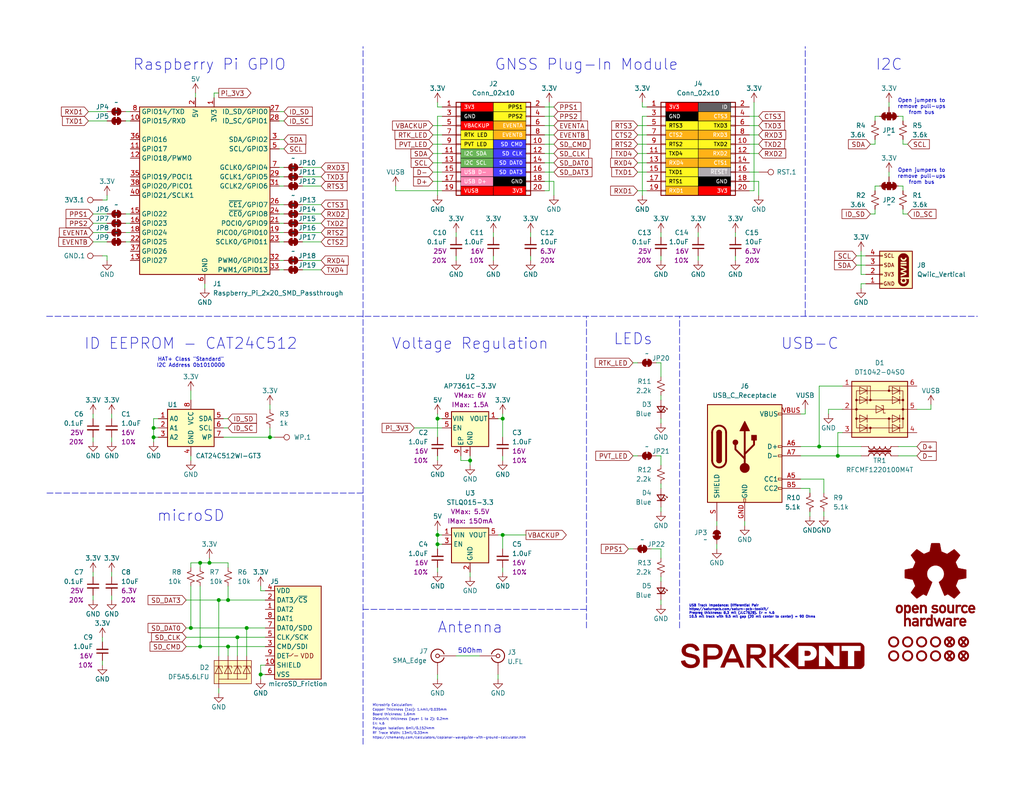
<source format=kicad_sch>
(kicad_sch (version 20231120) (generator "eeschema") (generator_version "8.0")
  (paper "USLetter")
  (title_block (title "SparkFun GNSS HAT+") (date "2025-01-15") (rev "v01") (company "SparkFun") (comment 1 "Designed by: P.C."))
  (lib_symbols
    (symbol "SparkFun-Aesthetic:Fiducial_0.5mm"
      (symbol "Fiducial_0.5mm_1_1"
        (text "x" (at 0 0.254 0) (effects (font (size 2.5 2.5) (bold yes))))
      )
    )
    (symbol "SparkFun-Aesthetic:OSHW_Logo" (pin_names (offset 1.016)) (in_bom no))
    (symbol "SparkFun-Aesthetic:SparkPNT_Logo" (pin_names (offset 1.016)) (on_board no))
    (symbol "SparkFun-Capacitor:0.1uF_0603_25V_20%" (pin_numbers hide) (pin_names (offset 0.254))
      (property "Reference" "C" (at 0.635 2.54 0))
      (property "Value" "0.1uF" (at 0.635 -2.54 0))
      (property "Voltage" "25V" (at 0 -6.35 0))
      (property "Tolerance" "20%" (at 0 -8.89 0))
      (symbol "0.1uF_0603_25V_20%_1_1"
        (pin passive line (at 0 2.54 270) (length 2.032) (name "~") (number "1"))
        (pin passive line (at 0 -2.54 90) (length 2.032) (name "~") (number "2"))
      )
    )
    (symbol "SparkFun-Capacitor:1.0uF_0603_16V_10%" (pin_numbers hide) (pin_names (offset 0.254))
      (property "Reference" "C" (at 0.635 2.54 0))
      (property "Value" "1.0uF" (at 0.635 -2.54 0))
      (property "Voltage" "16V" (at 0 -6.35 0))
      (property "Tolerance" "10%" (at 0 -8.89 0))
      (symbol "1.0uF_0603_16V_10%_1_1"
        (pin passive line (at 0 2.54 270) (length 2.032) (name "~") (number "1"))
        (pin passive line (at 0 -2.54 90) (length 2.032) (name "~") (number "2"))
      )
    )
    (symbol "SparkFun-Capacitor:10uF_0603_6.3V_20%" (pin_numbers hide) (pin_names (offset 0.254))
      (property "Reference" "C" (at 0.635 2.54 0))
      (property "Value" "10uF" (at 0.635 -2.54 0))
      (property "Voltage" "6.3V" (at 0 -6.35 0))
      (property "Tolerance" "20%" (at 0 -8.89 0))
      (symbol "10uF_0603_6.3V_20%_1_1"
        (pin passive line (at 0 2.54 270) (length 2.032) (name "~") (number "1"))
        (pin passive line (at 0 -2.54 90) (length 2.032) (name "~") (number "2"))
      )
    )
    (symbol "SparkFun-Coil:USB_Transformer" (pin_numbers hide) (pin_names (offset 0))
      (property "Reference" "TR" (at 0 3.81 0))
      (property "Value" "RFCMF1220100M4T" (at 0 -3.81 0))
      (symbol "USB_Transformer_1_1"
        (pin passive line (at -5.08 1.27 0) (length 0) (name "~") (number "1"))
        (pin passive line (at 5.08 1.27 180) (length 0) (name "~") (number "2"))
        (pin passive line (at -5.08 -1.27 0) (length 0) (name "~") (number "3"))
        (pin passive line (at 5.08 -1.27 180) (length 0) (name "~") (number "4"))
      )
    )
    (symbol "SparkFun-Connector:Conn_02x10_2.0mm_GNSS_Plug-In_Header_Left" (pin_names (offset 1.016) hide)
      (property "Reference" "J" (at -10.16 12.7 0))
      (property "Value" "Conn_02x10" (at -5.08 -15.24 0))
      (symbol "Conn_02x10_2.0mm_GNSS_Plug-In_Header_Left_1_1"
        (text_box "3V3" (at -8.89 11.43 0) (size 8.89 -2.54) (stroke (width 0.0254) (color 0 0 1 1)) (fill (type color) (color 255 0 0 1)) (effects (font (size 1.016 1.016)) (justify left)))
        (text_box "3V3" (at 0 -11.43 0) (size 8.89 -2.54) (stroke (width 0.0254) (color 0 0 1 1)) (fill (type color) (color 255 0 0 1)) (effects (font (size 1.016 1.016)) (justify right)))
        (text_box "EVENTA" (at 0 6.35 0) (size 8.89 -2.54) (stroke (width 0.0254) (color 0 0 1 1)) (fill (type color) (color 255 178 23 1)) (effects (font (size 1.016 1.016)) (justify right)))
        (text_box "EVENTB" (at 0 3.81 0) (size 8.89 -2.54) (stroke (width 0.0254) (color 0 0 1 1)) (fill (type color) (color 255 178 23 1)) (effects (font (size 1.016 1.016)) (justify right)))
        (text_box "GND" (at -8.89 8.89 0) (size 8.89 -2.54) (stroke (width 0.0254) (color 0 0 1 1)) (fill (type color) (color 0 0 0 1)) (effects (font (size 1.016 1.016)) (justify left)))
        (text_box "GND" (at 0 -8.89 0) (size 8.89 -2.54) (stroke (width 0.0254) (color 0 0 1 1)) (fill (type color) (color 0 0 0 1)) (effects (font (size 1.016 1.016)) (justify right)))
        (text_box "I2C SCL" (at -8.89 -3.81 0) (size 8.89 -2.54) (stroke (width 0.0254) (color 0 0 1 1)) (fill (type color) (color 108 183 90 1)) (effects (font (size 1.016 1.016)) (justify left)))
        (text_box "I2C SDA" (at -8.89 -1.27 0) (size 8.89 -2.54) (stroke (width 0.0254) (color 0 0 1 1)) (fill (type color) (color 108 183 90 1)) (effects (font (size 1.016 1.016)) (justify left)))
        (text_box "PPS1" (at 0 11.43 0) (size 8.89 -2.54) (stroke (width 0.0254) (color 0 0 1 1)) (fill (type color) (color 255 248 32 1)) (effects (font (size 1.016 1.016)) (justify right)))
        (text_box "PPS2" (at 0 8.89 0) (size 8.89 -2.54) (stroke (width 0.0254) (color 0 0 1 1)) (fill (type color) (color 255 248 32 1)) (effects (font (size 1.016 1.016)) (justify right)))
        (text_box "PVT LED" (at -8.89 1.27 0) (size 8.89 -2.54) (stroke (width 0.0254) (color 0 0 1 1)) (fill (type color) (color 255 248 32 1)) (effects (font (size 1.016 1.016)) (justify left)))
        (text_box "RTK LED" (at -8.89 3.81 0) (size 8.89 -2.54) (stroke (width 0.0254) (color 0 0 1 1)) (fill (type color) (color 255 248 32 1)) (effects (font (size 1.016 1.016)) (justify left)))
        (text_box "SD CLK" (at 0 -1.27 0) (size 8.89 -2.54) (stroke (width 0.0254) (color 0 0 1 1)) (fill (type color) (color 67 61 255 1)) (effects (font (size 1.016 1.016)) (justify right)))
        (text_box "SD CMD" (at 0 1.27 0) (size 8.89 -2.54) (stroke (width 0.0254) (color 0 0 1 1)) (fill (type color) (color 67 61 255 1)) (effects (font (size 1.016 1.016)) (justify right)))
        (text_box "SD DAT0" (at 0 -3.81 0) (size 8.89 -2.54) (stroke (width 0.0254) (color 0 0 1 1)) (fill (type color) (color 67 61 255 1)) (effects (font (size 1.016 1.016)) (justify right)))
        (text_box "SD DAT3" (at 0 -6.35 0) (size 8.89 -2.54) (stroke (width 0.0254) (color 0 0 1 1)) (fill (type color) (color 67 61 255 1)) (effects (font (size 1.016 1.016)) (justify right)))
        (text_box "USB D+" (at -8.89 -8.89 0) (size 8.89 -2.54) (stroke (width 0.0254) (color 0 0 1 1)) (fill (type color) (color 255 136 181 1)) (effects (font (size 1.016 1.016)) (justify left)))
        (text_box "USB D-" (at -8.89 -6.35 0) (size 8.89 -2.54) (stroke (width 0.0254) (color 0 0 1 1)) (fill (type color) (color 255 136 181 1)) (effects (font (size 1.016 1.016)) (justify left)))
        (text_box "VBACKUP" (at -8.89 6.35 0) (size 8.89 -2.54) (stroke (width 0.0254) (color 0 0 1 1)) (fill (type color) (color 255 0 0 1)) (effects (font (size 1.016 1.016)) (justify left)))
        (text_box "VUSB" (at -8.89 -11.43 0) (size 8.89 -2.54) (stroke (width 0.0254) (color 0 0 1 1)) (fill (type color) (color 255 0 0 1)) (effects (font (size 1.016 1.016)) (justify left)))
        (pin passive line (at -13.97 10.16 0) (length 3.81) (name "Pin_1") (number "1"))
        (pin passive line (at 13.97 0 180) (length 3.81) (name "Pin_10") (number "10"))
        (pin passive line (at -13.97 -2.54 0) (length 3.81) (name "Pin_1") (number "11"))
        (pin passive line (at 13.97 -2.54 180) (length 3.81) (name "Pin_2") (number "12"))
        (pin passive line (at -13.97 -5.08 0) (length 3.81) (name "Pin_1") (number "13"))
        (pin passive line (at 13.97 -5.08 180) (length 3.81) (name "Pin_2") (number "14"))
        (pin passive line (at -13.97 -7.62 0) (length 3.81) (name "Pin_1") (number "15"))
        (pin passive line (at 13.97 -7.62 180) (length 3.81) (name "Pin_2") (number "16"))
        (pin passive line (at -13.97 -10.16 0) (length 3.81) (name "Pin_1") (number "17"))
        (pin passive line (at 13.97 -10.16 180) (length 3.81) (name "Pin_2") (number "18"))
        (pin passive line (at -13.97 -12.7 0) (length 3.81) (name "Pin_1") (number "19"))
        (pin passive line (at 13.97 10.16 180) (length 3.81) (name "Pin_2") (number "2"))
        (pin passive line (at 13.97 -12.7 180) (length 3.81) (name "Pin_2") (number "20"))
        (pin passive line (at -13.97 7.62 0) (length 3.81) (name "Pin_3") (number "3"))
        (pin passive line (at 13.97 7.62 180) (length 3.81) (name "Pin_4") (number "4"))
        (pin passive line (at -13.97 5.08 0) (length 3.81) (name "Pin_5") (number "5"))
        (pin passive line (at 13.97 5.08 180) (length 3.81) (name "Pin_6") (number "6"))
        (pin passive line (at -13.97 2.54 0) (length 3.81) (name "Pin_7") (number "7"))
        (pin passive line (at 13.97 2.54 180) (length 3.81) (name "Pin_8") (number "8"))
        (pin passive line (at -13.97 0 0) (length 3.81) (name "Pin_9") (number "9"))
      )
    )
    (symbol "SparkFun-Connector:Conn_02x10_2.0mm_GNSS_Plug-In_Header_Right" (pin_names (offset 1.016) hide)
      (property "Reference" "J" (at -10.16 12.7 0))
      (property "Value" "Conn_02x10" (at -5.08 -15.24 0))
      (symbol "Conn_02x10_2.0mm_GNSS_Plug-In_Header_Right_1_1"
        (text_box "3V3" (at -8.89 11.43 0) (size 8.89 -2.54) (stroke (width 0.0254) (color 0 0 1 1)) (fill (type color) (color 255 0 0 1)) (effects (font (size 1.016 1.016)) (justify left)))
        (text_box "3V3" (at 0 -11.43 0) (size 8.89 -2.54) (stroke (width 0.0254) (color 0 0 1 1)) (fill (type color) (color 255 0 0 1)) (effects (font (size 1.016 1.016)) (justify right)))
        (text_box "CTS1" (at 0 -3.81 0) (size 8.89 -2.54) (stroke (width 0.0254) (color 0 0 1 1)) (fill (type color) (color 255 178 23 1)) (effects (font (size 1.016 1.016)) (justify right)))
        (text_box "CTS2" (at -8.89 3.81 0) (size 8.89 -2.54) (stroke (width 0.0254) (color 0 0 1 1)) (fill (type color) (color 255 178 23 1)) (effects (font (size 1.016 1.016)) (justify left)))
        (text_box "CTS3" (at 0 8.89 0) (size 8.89 -2.54) (stroke (width 0.0254) (color 0 0 1 1)) (fill (type color) (color 255 178 23 1)) (effects (font (size 1.016 1.016)) (justify right)))
        (text_box "GND" (at -8.89 8.89 0) (size 8.89 -2.54) (stroke (width 0.0254) (color 0 0 1 1)) (fill (type color) (color 0 0 0 1)) (effects (font (size 1.016 1.016)) (justify left)))
        (text_box "GND" (at 0 -8.89 0) (size 8.89 -2.54) (stroke (width 0.0254) (color 0 0 1 1)) (fill (type color) (color 0 0 0 1)) (effects (font (size 1.016 1.016)) (justify right)))
        (text_box "ID" (at 0 11.43 0) (size 8.89 -2.54) (stroke (width 0.0254) (color 0 0 1 1)) (fill (type color) (color 99 96 99 1)) (effects (font (size 1.016 1.016)) (justify right)))
        (text_box "RTS1" (at -8.89 -8.89 0) (size 8.89 -2.54) (stroke (width 0.0254) (color 0 0 1 1)) (fill (type color) (color 255 248 32 1)) (effects (font (size 1.016 1.016)) (justify left)))
        (text_box "RTS2" (at -8.89 1.27 0) (size 8.89 -2.54) (stroke (width 0.0254) (color 0 0 1 1)) (fill (type color) (color 255 248 32 1)) (effects (font (size 1.016 1.016)) (justify left)))
        (text_box "RTS3" (at -8.89 6.35 0) (size 8.89 -2.54) (stroke (width 0.0254) (color 0 0 1 1)) (fill (type color) (color 255 248 32 1)) (effects (font (size 1.016 1.016)) (justify left)))
        (text_box "RXD1" (at -8.89 -11.43 0) (size 8.89 -2.54) (stroke (width 0.0254) (color 0 0 1 1)) (fill (type color) (color 255 178 23 1)) (effects (font (size 1.016 1.016)) (justify left)))
        (text_box "RXD2" (at 0 -1.27 0) (size 8.89 -2.54) (stroke (width 0.0254) (color 0 0 1 1)) (fill (type color) (color 255 178 23 1)) (effects (font (size 1.016 1.016)) (justify right)))
        (text_box "RXD3" (at 0 3.81 0) (size 8.89 -2.54) (stroke (width 0.0254) (color 0 0 1 1)) (fill (type color) (color 255 178 23 1)) (effects (font (size 1.016 1.016)) (justify right)))
        (text_box "RXD4" (at -8.89 -3.81 0) (size 8.89 -2.54) (stroke (width 0.0254) (color 0 0 1 1)) (fill (type color) (color 255 178 23 1)) (effects (font (size 1.016 1.016)) (justify left)))
        (text_box "TXD1" (at -8.89 -6.35 0) (size 8.89 -2.54) (stroke (width 0.0254) (color 0 0 1 1)) (fill (type color) (color 255 248 32 1)) (effects (font (size 1.016 1.016)) (justify left)))
        (text_box "TXD2" (at 0 1.27 0) (size 8.89 -2.54) (stroke (width 0.0254) (color 0 0 1 1)) (fill (type color) (color 255 248 32 1)) (effects (font (size 1.016 1.016)) (justify right)))
        (text_box "TXD3" (at 0 6.35 0) (size 8.89 -2.54) (stroke (width 0.0254) (color 0 0 1 1)) (fill (type color) (color 255 248 32 1)) (effects (font (size 1.016 1.016)) (justify right)))
        (text_box "TXD4" (at -8.89 -1.27 0) (size 8.89 -2.54) (stroke (width 0.0254) (color 0 0 1 1)) (fill (type color) (color 255 248 32 1)) (effects (font (size 1.016 1.016)) (justify left)))
        (text_box "~{RESET}" (at 0 -6.35 0) (size 8.89 -2.54) (stroke (width 0.0254) (color 0 0 1 1)) (fill (type color) (color 176 171 176 1)) (effects (font (size 1.016 1.016)) (justify right)))
        (pin passive line (at -13.97 10.16 0) (length 3.81) (name "Pin_1") (number "1"))
        (pin passive line (at 13.97 0 180) (length 3.81) (name "Pin_10") (number "10"))
        (pin passive line (at -13.97 -2.54 0) (length 3.81) (name "Pin_1") (number "11"))
        (pin passive line (at 13.97 -2.54 180) (length 3.81) (name "Pin_2") (number "12"))
        (pin passive line (at -13.97 -5.08 0) (length 3.81) (name "Pin_1") (number "13"))
        (pin passive line (at 13.97 -5.08 180) (length 3.81) (name "Pin_2") (number "14"))
        (pin passive line (at -13.97 -7.62 0) (length 3.81) (name "Pin_1") (number "15"))
        (pin passive line (at 13.97 -7.62 180) (length 3.81) (name "Pin_2") (number "16"))
        (pin passive line (at -13.97 -10.16 0) (length 3.81) (name "Pin_1") (number "17"))
        (pin passive line (at 13.97 -10.16 180) (length 3.81) (name "Pin_2") (number "18"))
        (pin passive line (at -13.97 -12.7 0) (length 3.81) (name "Pin_1") (number "19"))
        (pin passive line (at 13.97 10.16 180) (length 3.81) (name "Pin_2") (number "2"))
        (pin passive line (at 13.97 -12.7 180) (length 3.81) (name "Pin_2") (number "20"))
        (pin passive line (at -13.97 7.62 0) (length 3.81) (name "Pin_3") (number "3"))
        (pin passive line (at 13.97 7.62 180) (length 3.81) (name "Pin_4") (number "4"))
        (pin passive line (at -13.97 5.08 0) (length 3.81) (name "Pin_5") (number "5"))
        (pin passive line (at 13.97 5.08 180) (length 3.81) (name "Pin_6") (number "6"))
        (pin passive line (at -13.97 2.54 0) (length 3.81) (name "Pin_7") (number "7"))
        (pin passive line (at 13.97 2.54 180) (length 3.81) (name "Pin_8") (number "8"))
        (pin passive line (at -13.97 0 0) (length 3.81) (name "Pin_9") (number "9"))
      )
    )
    (symbol "SparkFun-Connector:Qwiic_Vertical" (pin_names (offset 1.016) hide)
      (property "Reference" "J" (at 0 5.08 0))
      (property "Value" "Qwiic_Vertical" (at 0 -7.62 0))
      (symbol "Qwiic_Vertical_1_1"
        (text "3V3" (at 1.27 -2.54 0) (effects (font (size 1 1))))
        (text "GND" (at 1.27 -5.08 0) (effects (font (size 1 1))))
        (text "SCL" (at 1.27 2.54 0) (effects (font (size 1 1))))
        (text "SDA" (at 1.27 0 0) (effects (font (size 1 1))))
        (pin passive line (at -5.08 -5.08 0) (length 3.81) (name "Pin_1") (number "1"))
        (pin passive line (at -5.08 -2.54 0) (length 3.81) (name "Pin_2") (number "2"))
        (pin passive line (at -5.08 0 0) (length 3.81) (name "Pin_3") (number "3"))
        (pin passive line (at -5.08 2.54 0) (length 3.81) (name "Pin_4") (number "4"))
        (pin no_connect line (at 2.54 3.81 270) (length 2.54) hide (name "NC") (number "NC1"))
        (pin no_connect line (at 2.54 3.81 270) (length 2.54) hide (name "NC") (number "NC2"))
      )
    )
    (symbol "SparkFun-Connector:Raspberry_Pi_2x20_PTH_SMD_Pass_Through_Top_Mount"
      (property "Reference" "J" (at -17.78 25.4 0))
      (property "Value" "Raspberry_Pi_2x20_SMD_Passthrough" (at 5.08 -22.86 0))
      (symbol "Raspberry_Pi_2x20_PTH_SMD_Pass_Through_Top_Mount_1_1"
        (pin power_in line (at 2.54 26.67 270) (length 2.54) (name "3V3") (number "1"))
        (pin bidirectional line (at -20.32 20.32 0) (length 2.54) (name "GPIO15/RXD") (number "10"))
        (pin bidirectional line (at -20.32 12.7 0) (length 2.54) (name "GPIO17") (number "11"))
        (pin bidirectional line (at -20.32 10.16 0) (length 2.54) (name "GPIO18/PWM0") (number "12"))
        (pin bidirectional line (at -20.32 -17.78 0) (length 2.54) (name "GPIO27") (number "13"))
        (pin passive line (at 0 -24.13 90) (length 2.54) hide (name "GND") (number "14"))
        (pin bidirectional line (at -20.32 -5.08 0) (length 2.54) (name "GPIO22") (number "15"))
        (pin bidirectional line (at -20.32 -7.62 0) (length 2.54) (name "GPIO23") (number "16"))
        (pin passive line (at 2.54 26.67 270) (length 2.54) hide (name "3V3") (number "17"))
        (pin bidirectional line (at -20.32 -10.16 0) (length 2.54) (name "GPIO24") (number "18"))
        (pin bidirectional line (at 20.32 -10.16 180) (length 2.54) (name "PICO0/GPIO10") (number "19"))
        (pin power_in line (at -2.54 26.67 270) (length 2.54) (name "5V") (number "2"))
        (pin passive line (at 0 -24.13 90) (length 2.54) hide (name "GND") (number "20"))
        (pin bidirectional line (at 20.32 -7.62 180) (length 2.54) (name "POCI0/GPIO9") (number "21"))
        (pin bidirectional line (at -20.32 -12.7 0) (length 2.54) (name "GPIO25") (number "22"))
        (pin bidirectional line (at 20.32 -12.7 180) (length 2.54) (name "SCLK0/GPIO11") (number "23"))
        (pin bidirectional line (at 20.32 -5.08 180) (length 2.54) (name "~{CE0}/GPIO8") (number "24"))
        (pin passive line (at 0 -24.13 90) (length 2.54) hide (name "GND") (number "25"))
        (pin bidirectional line (at 20.32 -2.54 180) (length 2.54) (name "~{CE1}/GPIO7") (number "26"))
        (pin bidirectional line (at 20.32 22.86 180) (length 2.54) (name "ID_SD/GPIO0") (number "27"))
        (pin bidirectional line (at 20.32 20.32 180) (length 2.54) (name "ID_SC/GPIO1") (number "28"))
        (pin bidirectional line (at 20.32 5.08 180) (length 2.54) (name "GCLK1/GPIO5") (number "29"))
        (pin bidirectional line (at 20.32 15.24 180) (length 2.54) (name "SDA/GPIO2") (number "3"))
        (pin passive line (at 0 -24.13 90) (length 2.54) hide (name "GND") (number "30"))
        (pin bidirectional line (at 20.32 2.54 180) (length 2.54) (name "GCLK2/GPIO6") (number "31"))
        (pin bidirectional line (at 20.32 -17.78 180) (length 2.54) (name "PWM0/GPIO12") (number "32"))
        (pin bidirectional line (at 20.32 -20.32 180) (length 2.54) (name "PWM1/GPIO13") (number "33"))
        (pin passive line (at 0 -24.13 90) (length 2.54) hide (name "GND") (number "34"))
        (pin bidirectional line (at -20.32 5.08 0) (length 2.54) (name "GPIO19/POCI1") (number "35"))
        (pin bidirectional line (at -20.32 15.24 0) (length 2.54) (name "GPIO16") (number "36"))
        (pin bidirectional line (at -20.32 -15.24 0) (length 2.54) (name "GPIO26") (number "37"))
        (pin bidirectional line (at -20.32 2.54 0) (length 2.54) (name "GPIO20/PICO1") (number "38"))
        (pin passive line (at 0 -24.13 90) (length 2.54) hide (name "GND") (number "39"))
        (pin passive line (at -2.54 26.67 270) (length 2.54) hide (name "5V") (number "4"))
        (pin bidirectional line (at -20.32 0 0) (length 2.54) (name "GPIO21/SCLK1") (number "40"))
        (pin bidirectional line (at 20.32 12.7 180) (length 2.54) (name "SCL/GPIO3") (number "5"))
        (pin power_in line (at 0 -24.13 90) (length 2.54) (name "GND") (number "6"))
        (pin bidirectional line (at 20.32 7.62 180) (length 2.54) (name "GCLK0/GPIO4") (number "7"))
        (pin bidirectional line (at -20.32 22.86 0) (length 2.54) (name "GPIO14/TXD") (number "8"))
        (pin passive line (at 0 -24.13 90) (length 2.54) hide (name "GND") (number "9"))
      )
    )
    (symbol "SparkFun-Connector:TestPoint_PTH" (pin_numbers hide) (pin_names (offset 0.762) hide)
      (property "Reference" "TP" (at 0 5.08 0))
      (symbol "TestPoint_PTH_1_1"
        (pin passive line (at 0 0 90) (length 2.54) (name "1") (number "1"))
      )
    )
    (symbol "SparkFun-Connector:USB_C_Receptacle" (pin_names (offset 1.016))
      (property "Reference" "J" (at -10.16 12.7 0))
      (property "Value" "USB_C_Receptacle" (at 19.05 12.7 0))
      (symbol "USB_C_Receptacle_1_1"
        (pin bidirectional line (at 15.24 -8.89 180) (length 5.08) (name "CC1") (number "A5"))
        (pin bidirectional line (at 15.24 0 180) (length 5.08) (name "D+") (number "A6"))
        (pin bidirectional line (at 15.24 -2.54 180) (length 5.08) (name "D-") (number "A7"))
        (pin no_connect line (at 2.54 -15.24 90) (length 5.08) hide (name "NC") (number "A8"))
        (pin bidirectional line (at 15.24 -11.43 180) (length 5.08) (name "CC2") (number "B5"))
        (pin bidirectional line (at 15.24 0 180) (length 5.08) hide (name "D+") (number "B6"))
        (pin bidirectional line (at 15.24 -2.54 180) (length 5.08) hide (name "D-") (number "B7"))
        (pin no_connect line (at 3.81 -15.24 90) (length 5.08) hide (name "NC") (number "B8"))
        (pin passive line (at 0 -20.32 90) (length 5.08) (name "GND") (number "GND"))
        (pin no_connect line (at -5.08 -15.24 90) (length 5.08) hide (name "NC") (number "NC1"))
        (pin no_connect line (at -3.81 -15.24 90) (length 5.08) hide (name "NC") (number "NC2"))
        (pin no_connect line (at -2.54 -15.24 90) (length 5.08) hide (name "NC") (number "NC3"))
        (pin passive line (at -7.62 -20.32 90) (length 5.08) (name "SHIELD") (number "S"))
        (pin power_out line (at 15.24 8.89 180) (length 5.08) (name "VBUS") (number "VBUS"))
      )
    )
    (symbol "SparkFun-Connector:microSD_Friction"
      (property "Reference" "J" (at -6.35 15.24 0))
      (property "Value" "microSD_Friction" (at 0 -12.7 0))
      (symbol "microSD_Friction_1_1"
        (text "VDD" (at 2.54 -5.08 0) (effects (font (size 1.27 1.27))))
        (pin bidirectional line (at -8.89 7.62 0) (length 2.54) (name "DAT2") (number "1"))
        (pin passive line (at -8.89 -7.62 0) (length 2.54) (name "SHIELD") (number "10"))
        (pin bidirectional line (at -8.89 10.16 0) (length 2.54) (name "DAT3/~{CS}") (number "2"))
        (pin input line (at -8.89 -2.54 0) (length 2.54) (name "CMD/SDI") (number "3"))
        (pin power_in line (at -8.89 12.7 0) (length 2.54) (name "VDD") (number "4"))
        (pin input line (at -8.89 0 0) (length 2.54) (name "CLK/SCK") (number "5"))
        (pin power_in line (at -8.89 -10.16 0) (length 2.54) (name "VSS") (number "6"))
        (pin bidirectional line (at -8.89 2.54 0) (length 2.54) (name "DAT0/SDO") (number "7"))
        (pin bidirectional line (at -8.89 5.08 0) (length 2.54) (name "DAT1") (number "8"))
        (pin passive line (at -8.89 -5.08 0) (length 2.54) (name "DET") (number "9"))
      )
    )
    (symbol "SparkFun-DiscreteSemi:D_TVS_ESD_4_HS" (pin_numbers hide) (pin_names hide)
      (property "Reference" "D" (at -2.54 -5.08 0))
      (property "Value" "DF5A5.6LFU" (at -3.81 -7.62 0))
      (symbol "D_TVS_ESD_4_HS_1_1"
        (pin passive line (at -2.54 3.81 270) (length 2.54) (name "K1") (number "1"))
        (pin passive line (at 5.08 -5.08 90) (length 2.54) (name "A") (number "2"))
        (pin passive line (at 0 3.81 270) (length 2.54) (name "K2") (number "3"))
        (pin passive line (at 2.54 3.81 270) (length 2.54) (name "K3") (number "4"))
        (pin passive line (at 5.08 3.81 270) (length 2.54) (name "K4") (number "5"))
      )
    )
    (symbol "SparkFun-DiscreteSemi:D_TVS_ESD_USB" (pin_names hide)
      (property "Reference" "D" (at -8.636 -2.794 90))
      (property "Value" "DT1042-04SO" (at 9.398 -8.382 90))
      (symbol "D_TVS_ESD_USB_1_1"
        (pin passive line (at -6.35 -11.43 90) (length 2.54) (name "I/O1") (number "1"))
        (pin passive line (at 0 -11.43 90) (length 2.54) (name "GND") (number "2"))
        (pin passive line (at 6.35 -11.43 90) (length 2.54) (name "I/O2") (number "3"))
        (pin passive line (at 6.35 8.89 270) (length 2.54) (name "I/O3") (number "4"))
        (pin passive line (at 0 8.89 270) (length 2.54) (name "VCC") (number "5"))
        (pin passive line (at -6.35 8.89 270) (length 2.54) (name "I/O4") (number "6"))
      )
    )
    (symbol "SparkFun-Hardware:Standoff")
    (symbol "SparkFun-Hardware:Standoff_Raspberry-Pi_HAT+")
    (symbol "SparkFun-IC-Memory:CAT24C512WI-GT3"
      (property "Reference" "U" (at -5.715 6.35 0))
      (property "Value" "CAT24C512WI-GT3" (at 1.27 6.35 0))
      (symbol "CAT24C512WI-GT3_1_1"
        (pin input line (at -8.89 2.54 0) (length 2.54) (name "A0") (number "1"))
        (pin input line (at -8.89 0 0) (length 2.54) (name "A1") (number "2"))
        (pin input line (at -8.89 -2.54 0) (length 2.54) (name "A2") (number "3"))
        (pin power_in line (at 0 -7.62 90) (length 2.54) (name "GND") (number "4"))
        (pin bidirectional line (at 8.89 2.54 180) (length 2.54) (name "SDA") (number "5"))
        (pin input line (at 8.89 0 180) (length 2.54) (name "SCL") (number "6"))
        (pin input line (at 8.89 -2.54 180) (length 2.54) (name "WP") (number "7"))
        (pin power_in line (at 0 7.62 270) (length 2.54) (name "VCC") (number "8"))
      )
    )
    (symbol "SparkFun-Jumper:SolderJumper_2_Bridged" (pin_numbers hide) (pin_names (offset 0) hide)
      (property "Reference" "JP" (at 0 2.032 0))
      (property "Value" "~" (at 0 -2.54 0))
      (symbol "SolderJumper_2_Bridged_1_1"
        (pin passive line (at -2.54 0 0) (length 1.27) (name "A") (number "1"))
        (pin passive line (at 2.54 0 180) (length 1.27) (name "B") (number "2"))
      )
    )
    (symbol "SparkFun-Jumper:SolderJumper_3_Bridged123" (pin_numbers hide) (pin_names (offset 0) hide)
      (property "Reference" "JP" (at 0 2.54 0))
      (property "Value" "~" (at 3.81 1.27 0))
      (symbol "SolderJumper_3_Bridged123_1_1"
        (pin passive line (at -2.54 0 0) (length 1.27) (name "A") (number "1"))
        (pin passive line (at 0 -2.54 90) (length 1.27) (name "B") (number "2"))
        (pin passive line (at 2.54 0 180) (length 1.27) (name "C") (number "3"))
      )
    )
    (symbol "SparkFun-LED:LED_Blue_0603" (pin_numbers hide) (pin_names (offset 1.016) hide)
      (property "Reference" "D" (at 0 2.54 0))
      (property "Value" "Blue" (at 0 -2.54 0))
      (symbol "LED_Blue_0603_1_1"
        (pin passive line (at -2.54 0 0) (length 1.778) (name "K") (number "1"))
        (pin passive line (at 2.54 0 180) (length 1.778) (name "A") (number "2"))
      )
    )
    (symbol "SparkFun-PowerSymbol:3.3V" (power) (pin_names (offset 0))
      (property "Value" "3.3V" (at 0 3.81 0))
      (symbol "3.3V_1_1"
        (pin power_in line (at 0 0 90) (length 0) hide (name "3.3V") (number "1"))
      )
    )
    (symbol "SparkFun-PowerSymbol:5V" (power) (pin_names (offset 0))
      (property "Value" "5V" (at 0 3.81 0))
      (symbol "5V_1_1"
        (pin power_in line (at 0 0 90) (length 0) hide (name "5V") (number "1"))
      )
    )
    (symbol "SparkFun-PowerSymbol:GND" (power) (pin_names (offset 0))
      (property "Value" "GND" (at 0 -3.81 0))
      (symbol "GND_1_1"
        (pin power_in line (at 0 0 270) (length 0) hide (name "GND") (number "1"))
      )
    )
    (symbol "SparkFun-PowerSymbol:VUSB" (power) (pin_names (offset 0))
      (property "Value" "VUSB" (at 0 3.81 0))
      (symbol "VUSB_1_1"
        (pin power_in line (at 0 0 90) (length 0) hide (name "VUSB") (number "1"))
      )
    )
    (symbol "SparkFun-RF:SMA_EdgeMount" (pin_numbers hide) (pin_names (offset 1.016) hide)
      (property "Reference" "J" (at 0.254 3.048 0))
      (property "Value" "SMA_Edge" (at 3.81 0 90))
      (symbol "SMA_EdgeMount_1_1"
        (pin passive line (at -5.08 0 0) (length 2.54) (name "In") (number "1"))
        (pin passive line (at 0 -5.08 90) (length 2.54) (name "Ext") (number "2"))
      )
    )
    (symbol "SparkFun-RF:U.FL" (pin_numbers hide) (pin_names (offset 1.016) hide)
      (property "Reference" "J" (at 0.254 3.048 0))
      (property "Value" "U.FL" (at 2.921 0 90))
      (symbol "U.FL_1_1"
        (pin passive line (at -5.08 0 0) (length 2.54) (name "In") (number "1"))
        (pin passive line (at 0 -5.08 90) (length 2.54) (name "Ext") (number "2"))
      )
    )
    (symbol "SparkFun-Regulator:AP7361C-3.3V" (pin_names (offset 0.254))
      (property "Reference" "U" (at 0 13.97 0))
      (property "Value" "AP7361C-3.3V" (at 0 11.43 0))
      (property "VMax" "6V" (at 0 8.89 0) (show_name))
      (property "IMax" "1.5A" (at 0 6.35 0) (show_name))
      (symbol "AP7361C-3.3V_1_1"
        (pin power_out line (at 7.62 2.54 180) (length 2.54) (name "VOUT") (number "1"))
        (pin no_connect line (at 5.08 -2.54 180) (length 2.54) hide (name "NC") (number "2"))
        (pin no_connect line (at 5.08 -2.54 180) (length 2.54) hide (name "NC") (number "3"))
        (pin power_in line (at 0 -7.62 90) (length 2.54) (name "GND") (number "4"))
        (pin input line (at -7.62 0 0) (length 2.54) (name "EN") (number "5"))
        (pin no_connect line (at 5.08 -2.54 180) (length 2.54) hide (name "NC") (number "6"))
        (pin no_connect line (at 5.08 -2.54 180) (length 2.54) hide (name "NC") (number "7"))
        (pin power_in line (at -7.62 2.54 0) (length 2.54) (name "VIN") (number "8"))
        (pin passive line (at -2.54 -7.62 90) (length 2.54) (name "EP") (number "9"))
      )
    )
    (symbol "SparkFun-Regulator:STLQ015-3.3"
      (property "Reference" "U3" (at 0 13.97 0))
      (property "Value" "STLQ015-3.3" (at 0 11.43 0))
      (property "VMax" "5.5V" (at 0 8.89 0) (show_name))
      (property "IMax" "150mA" (at 0 6.35 0) (show_name))
      (symbol "STLQ015-3.3_1_1"
        (pin power_in line (at -7.62 2.54 0) (length 2.54) (name "VIN") (number "1"))
        (pin power_in line (at 0 -7.62 90) (length 2.54) (name "GND") (number "2"))
        (pin input line (at -7.62 0 0) (length 2.54) (name "EN") (number "3"))
        (pin no_connect line (at 5.08 0 180) (length 2.54) hide (name "NC") (number "4"))
        (pin power_out line (at 7.62 2.54 180) (length 2.54) (name "VOUT") (number "5"))
      )
    )
    (symbol "SparkFun-Resistor:10k_0603" (pin_numbers hide) (pin_names (offset 0))
      (property "Reference" "R" (at 0 -2.54 0))
      (property "Value" "10k" (at 0 2.54 0))
      (symbol "10k_0603_1_1"
        (pin passive line (at -2.54 0 0) (length 1.016) (name "~") (number "1"))
        (pin passive line (at 2.54 0 180) (length 1.016) (name "~") (number "2"))
      )
    )
    (symbol "SparkFun-Resistor:1k_0603" (pin_numbers hide) (pin_names (offset 0))
      (property "Reference" "R" (at 0 -2.54 0))
      (property "Value" "1k" (at 0 2.54 0))
      (symbol "1k_0603_1_1"
        (pin passive line (at -2.54 0 0) (length 1.016) (name "~") (number "1"))
        (pin passive line (at 2.54 0 180) (length 1.016) (name "~") (number "2"))
      )
    )
    (symbol "SparkFun-Resistor:2.2k_0603" (pin_numbers hide) (pin_names (offset 0))
      (property "Reference" "R" (at 0 -2.54 0))
      (property "Value" "2.2k" (at 0 2.54 0))
      (symbol "2.2k_0603_1_1"
        (pin passive line (at -2.54 0 0) (length 1.016) (name "~") (number "1"))
        (pin passive line (at 2.54 0 180) (length 1.016) (name "~") (number "2"))
      )
    )
    (symbol "SparkFun-Resistor:3.6k_0603" (pin_numbers hide) (pin_names (offset 0))
      (property "Reference" "R" (at 0 -2.54 0))
      (property "Value" "3.6k" (at 0 2.54 0))
      (symbol "3.6k_0603_1_1"
        (pin passive line (at -2.54 0 0) (length 1.016) (name "~") (number "1"))
        (pin passive line (at 2.54 0 180) (length 1.016) (name "~") (number "2"))
      )
    )
    (symbol "SparkFun-Resistor:5.1k_0603" (pin_numbers hide) (pin_names (offset 0))
      (property "Reference" "R" (at 0 -2.54 0))
      (property "Value" "5.1k" (at 0 2.54 0))
      (symbol "5.1k_0603_1_1"
        (pin passive line (at -2.54 0 0) (length 1.016) (name "~") (number "1"))
        (pin passive line (at 2.54 0 180) (length 1.016) (name "~") (number "2"))
      )
    )
  )
  (junction (at 119.38 146.05))
  (junction (at 119.38 148.59))
  (junction (at 41.91 116.84))
  (junction (at 57.15 153.67))
  (junction (at 67.31 171.45))
  (junction (at 54.61 176.53))
  (junction (at 223.52 121.92))
  (junction (at 228.6 124.46))
  (junction (at 71.12 184.15))
  (junction (at 59.69 163.83))
  (junction (at 128.27 125.73))
  (junction (at 62.23 163.83))
  (junction (at 41.91 119.38))
  (junction (at 62.23 176.53))
  (junction (at 54.61 153.67))
  (junction (at 64.77 173.99))
  (junction (at 73.66 119.38))
  (junction (at 119.38 114.3))
  (junction (at 52.07 171.45))
  (junction (at 137.16 114.3))
  (junction (at 137.16 146.05))
  (wire (pts (xy 149.86 27.94) (xy 149.86 52.07)))
  (wire (pts (xy 50.8 176.53) (xy 54.61 176.53)))
  (wire (pts (xy 82.55 48.26) (xy 87.63 48.26)))
  (wire (pts (xy 204.47 52.07) (xy 205.74 52.07)))
  (wire (pts (xy 246.38 31.75) (xy 246.38 33.02)))
  (wire (pts (xy 125.73 124.46) (xy 125.73 125.73)))
  (wire (pts (xy 229.87 118.11) (xy 228.6 118.11)))
  (wire (pts (xy 82.55 63.5) (xy 87.63 63.5)))
  (wire (pts (xy 55.88 77.47) (xy 55.88 78.74)))
  (wire (pts (xy 71.12 184.15) (xy 71.12 185.42)))
  (wire (pts (xy 205.74 27.94) (xy 205.74 52.07)))
  (wire (pts (xy 175.26 27.94) (xy 175.26 29.21)))
  (wire (pts (xy 137.16 154.94) (xy 137.16 156.21)))
  (wire (pts (xy 128.27 124.46) (xy 128.27 125.73)))
  (wire (pts (xy 41.91 119.38) (xy 43.18 119.38)))
  (wire (pts (xy 223.52 121.92) (xy 234.95 121.92)))
  (wire (pts (xy 148.59 34.29) (xy 151.13 34.29)))
  (wire (pts (xy 119.38 113.03) (xy 119.38 114.3)))
  (wire (pts (xy 27.94 180.34) (xy 27.94 181.61)))
  (wire (pts (xy 195.58 142.24) (xy 195.58 143.51)))
  (wire (pts (xy 137.16 146.05) (xy 143.51 146.05)))
  (wire (pts (xy 180.34 69.85) (xy 180.34 71.12)))
  (wire (pts (xy 25.4 66.04) (xy 29.21 66.04)))
  (wire (pts (xy 238.76 57.15) (xy 238.76 58.42)))
  (wire (pts (xy 76.2 58.42) (xy 77.47 58.42)))
  (wire (pts (xy 245.11 50.8) (xy 246.38 50.8)))
  (wire (pts (xy 119.38 31.75) (xy 119.38 53.34)))
  (wire (pts (xy 203.2 142.24) (xy 203.2 143.51)))
  (wire (pts (xy 120.65 31.75) (xy 119.38 31.75)))
  (polyline (pts (xy 99.06 86.36) (xy 99.06 12.7)) (stroke (width 0) (type dash)))
  (wire (pts (xy 180.34 149.86) (xy 180.34 152.4)))
  (wire (pts (xy 233.68 72.39) (xy 236.22 72.39)))
  (wire (pts (xy 118.11 49.53) (xy 120.65 49.53)))
  (wire (pts (xy 54.61 160.02) (xy 54.61 176.53)))
  (wire (pts (xy 190.5 63.5) (xy 190.5 64.77)))
  (wire (pts (xy 64.77 173.99) (xy 64.77 179.07)))
  (wire (pts (xy 234.95 68.58) (xy 234.95 74.93)))
  (wire (pts (xy 73.66 116.84) (xy 73.66 119.38)))
  (wire (pts (xy 180.34 124.46) (xy 180.34 127)))
  (wire (pts (xy 57.15 153.67) (xy 62.23 153.67)))
  (wire (pts (xy 62.23 176.53) (xy 62.23 179.07)))
  (wire (pts (xy 219.71 111.76) (xy 219.71 113.03)))
  (wire (pts (xy 82.55 58.42) (xy 87.63 58.42)))
  (wire (pts (xy 195.58 148.59) (xy 195.58 149.86)))
  (wire (pts (xy 118.11 36.83) (xy 120.65 36.83)))
  (wire (pts (xy 27.94 173.99) (xy 27.94 175.26)))
  (wire (pts (xy 29.21 53.34) (xy 29.21 54.61)))
  (wire (pts (xy 113.03 116.84) (xy 120.65 116.84)))
  (wire (pts (xy 119.38 144.78) (xy 119.38 146.05)))
  (wire (pts (xy 76.2 30.48) (xy 77.47 30.48)))
  (wire (pts (xy 118.11 41.91) (xy 120.65 41.91)))
  (wire (pts (xy 148.59 49.53) (xy 151.13 49.53)))
  (wire (pts (xy 76.2 66.04) (xy 77.47 66.04)))
  (wire (pts (xy 119.38 27.94) (xy 119.38 29.21)))
  (wire (pts (xy 29.21 69.85) (xy 29.21 71.12)))
  (wire (pts (xy 52.07 153.67) (xy 54.61 153.67)))
  (wire (pts (xy 118.11 34.29) (xy 120.65 34.29)))
  (wire (pts (xy 237.49 58.42) (xy 238.76 58.42)))
  (wire (pts (xy 236.22 74.93) (xy 234.95 74.93)))
  (wire (pts (xy 76.2 45.72) (xy 77.47 45.72)))
  (wire (pts (xy 171.45 149.86) (xy 172.72 149.86)))
  (wire (pts (xy 34.29 33.02) (xy 35.56 33.02)))
  (wire (pts (xy 173.99 44.45) (xy 176.53 44.45)))
  (wire (pts (xy 30.48 119.38) (xy 30.48 120.65)))
  (wire (pts (xy 119.38 154.94) (xy 119.38 156.21)))
  (wire (pts (xy 180.34 107.95) (xy 180.34 109.22)))
  (wire (pts (xy 134.62 69.85) (xy 134.62 71.12)))
  (wire (pts (xy 246.38 57.15) (xy 246.38 58.42)))
  (wire (pts (xy 246.38 58.42) (xy 247.65 58.42)))
  (wire (pts (xy 58.42 25.4) (xy 58.42 26.67)))
  (wire (pts (xy 237.49 39.37) (xy 238.76 39.37)))
  (wire (pts (xy 72.39 181.61) (xy 71.12 181.61)))
  (wire (pts (xy 54.61 153.67) (xy 57.15 153.67)))
  (wire (pts (xy 137.16 146.05) (xy 137.16 149.86)))
  (wire (pts (xy 236.22 77.47) (xy 234.95 77.47)))
  (wire (pts (xy 82.55 71.12) (xy 87.63 71.12)))
  (wire (pts (xy 60.96 116.84) (xy 62.23 116.84)))
  (wire (pts (xy 54.61 153.67) (xy 54.61 154.94)))
  (wire (pts (xy 177.8 149.86) (xy 180.34 149.86)))
  (wire (pts (xy 25.4 162.56) (xy 25.4 163.83)))
  (wire (pts (xy 180.34 132.08) (xy 180.34 133.35)))
  (wire (pts (xy 119.38 146.05) (xy 120.65 146.05)))
  (wire (pts (xy 204.47 49.53) (xy 207.01 49.53)))
  (wire (pts (xy 144.78 63.5) (xy 144.78 64.77)))
  (wire (pts (xy 224.79 130.81) (xy 224.79 134.62)))
  (wire (pts (xy 229.87 105.41) (xy 223.52 105.41)))
  (wire (pts (xy 58.42 25.4) (xy 59.69 25.4)))
  (wire (pts (xy 71.12 160.02) (xy 71.12 161.29)))
  (wire (pts (xy 62.23 160.02) (xy 62.23 163.83)))
  (wire (pts (xy 119.38 146.05) (xy 119.38 148.59)))
  (wire (pts (xy 204.47 39.37) (xy 207.01 39.37)))
  (wire (pts (xy 34.29 63.5) (xy 35.56 63.5)))
  (wire (pts (xy 250.19 111.76) (xy 254 111.76)))
  (wire (pts (xy 41.91 114.3) (xy 43.18 114.3)))
  (wire (pts (xy 240.03 50.8) (xy 238.76 50.8)))
  (wire (pts (xy 59.69 163.83) (xy 62.23 163.83)))
  (wire (pts (xy 204.47 34.29) (xy 207.01 34.29)))
  (wire (pts (xy 173.99 52.07) (xy 176.53 52.07)))
  (wire (pts (xy 228.6 124.46) (xy 234.95 124.46)))
  (wire (pts (xy 119.38 184.15) (xy 119.38 185.42)))
  (wire (pts (xy 128.27 156.21) (xy 128.27 157.48)))
  (wire (pts (xy 175.26 31.75) (xy 175.26 53.34)))
  (wire (pts (xy 148.59 31.75) (xy 151.13 31.75)))
  (wire (pts (xy 176.53 29.21) (xy 175.26 29.21)))
  (wire (pts (xy 76.2 73.66) (xy 77.47 73.66)))
  (wire (pts (xy 180.34 114.3) (xy 180.34 115.57)))
  (wire (pts (xy 30.48 156.21) (xy 30.48 157.48)))
  (wire (pts (xy 64.77 173.99) (xy 72.39 173.99)))
  (wire (pts (xy 173.99 46.99) (xy 176.53 46.99)))
  (wire (pts (xy 238.76 50.8) (xy 238.76 52.07)))
  (wire (pts (xy 76.2 33.02) (xy 77.47 33.02)))
  (wire (pts (xy 82.55 73.66) (xy 87.63 73.66)))
  (wire (pts (xy 137.16 113.03) (xy 137.16 114.3)))
  (wire (pts (xy 218.44 113.03) (xy 219.71 113.03)))
  (wire (pts (xy 242.57 27.94) (xy 242.57 29.21)))
  (wire (pts (xy 173.99 41.91) (xy 176.53 41.91)))
  (wire (pts (xy 180.34 163.83) (xy 180.34 165.1)))
  (polyline (pts (xy 99.06 203.2) (xy 99.06 86.36)) (stroke (width 0) (type dash)))
  (wire (pts (xy 242.57 48.26) (xy 242.57 46.99)))
  (wire (pts (xy 76.2 50.8) (xy 77.47 50.8)))
  (wire (pts (xy 228.6 118.11) (xy 228.6 124.46)))
  (wire (pts (xy 229.87 111.76) (xy 226.06 111.76)))
  (wire (pts (xy 179.07 99.06) (xy 180.34 99.06)))
  (wire (pts (xy 180.34 138.43) (xy 180.34 139.7)))
  (wire (pts (xy 107.95 52.07) (xy 120.65 52.07)))
  (wire (pts (xy 173.99 39.37) (xy 176.53 39.37)))
  (polyline (pts (xy 160.02 166.37) (xy 99.06 166.37)) (stroke (width 0) (type dash)))
  (wire (pts (xy 148.59 52.07) (xy 149.86 52.07)))
  (wire (pts (xy 200.66 69.85) (xy 200.66 71.12)))
  (wire (pts (xy 41.91 119.38) (xy 41.91 120.65)))
  (wire (pts (xy 207.01 53.34) (xy 207.01 49.53)))
  (wire (pts (xy 53.34 25.4) (xy 53.34 26.67)))
  (wire (pts (xy 67.31 171.45) (xy 67.31 179.07)))
  (wire (pts (xy 76.2 40.64) (xy 77.47 40.64)))
  (wire (pts (xy 240.03 31.75) (xy 238.76 31.75)))
  (wire (pts (xy 135.89 146.05) (xy 137.16 146.05)))
  (wire (pts (xy 118.11 39.37) (xy 120.65 39.37)))
  (wire (pts (xy 41.91 114.3) (xy 41.91 116.84)))
  (wire (pts (xy 246.38 39.37) (xy 247.65 39.37)))
  (wire (pts (xy 59.69 187.96) (xy 59.69 189.23)))
  (wire (pts (xy 52.07 106.68) (xy 52.07 109.22)))
  (wire (pts (xy 25.4 113.03) (xy 25.4 114.3)))
  (wire (pts (xy 82.55 55.88) (xy 87.63 55.88)))
  (wire (pts (xy 24.13 33.02) (xy 29.21 33.02)))
  (wire (pts (xy 148.59 29.21) (xy 151.13 29.21)))
  (wire (pts (xy 238.76 31.75) (xy 238.76 33.02)))
  (wire (pts (xy 119.38 124.46) (xy 119.38 125.73)))
  (wire (pts (xy 180.34 157.48) (xy 180.34 158.75)))
  (wire (pts (xy 220.98 133.35) (xy 220.98 134.62)))
  (wire (pts (xy 119.38 114.3) (xy 119.38 119.38)))
  (wire (pts (xy 245.11 121.92) (xy 250.19 121.92)))
  (wire (pts (xy 120.65 29.21) (xy 119.38 29.21)))
  (wire (pts (xy 25.4 58.42) (xy 29.21 58.42)))
  (wire (pts (xy 25.4 63.5) (xy 29.21 63.5)))
  (wire (pts (xy 135.89 184.15) (xy 135.89 185.42)))
  (wire (pts (xy 148.59 46.99) (xy 151.13 46.99)))
  (wire (pts (xy 34.29 60.96) (xy 35.56 60.96)))
  (wire (pts (xy 82.55 66.04) (xy 87.63 66.04)))
  (wire (pts (xy 204.47 41.91) (xy 207.01 41.91)))
  (wire (pts (xy 176.53 31.75) (xy 175.26 31.75)))
  (polyline (pts (xy 160.02 171.45) (xy 160.02 86.36)) (stroke (width 0) (type dash)))
  (wire (pts (xy 148.59 41.91) (xy 151.13 41.91)))
  (wire (pts (xy 118.11 46.99) (xy 120.65 46.99)))
  (wire (pts (xy 73.66 110.49) (xy 73.66 111.76)))
  (wire (pts (xy 62.23 163.83) (xy 72.39 163.83)))
  (wire (pts (xy 52.07 171.45) (xy 67.31 171.45)))
  (wire (pts (xy 50.8 171.45) (xy 52.07 171.45)))
  (wire (pts (xy 119.38 148.59) (xy 119.38 149.86)))
  (polyline (pts (xy 12.7 86.36) (xy 266.7 86.36)) (stroke (width 0) (type dash)))
  (wire (pts (xy 118.11 44.45) (xy 120.65 44.45)))
  (wire (pts (xy 125.73 125.73) (xy 128.27 125.73)))
  (wire (pts (xy 107.95 50.8) (xy 107.95 52.07)))
  (wire (pts (xy 67.31 171.45) (xy 72.39 171.45)))
  (wire (pts (xy 224.79 139.7) (xy 224.79 140.97)))
  (wire (pts (xy 124.46 179.07) (xy 130.81 179.07)))
  (wire (pts (xy 180.34 99.06) (xy 180.34 102.87)))
  (wire (pts (xy 246.38 50.8) (xy 246.38 52.07)))
  (wire (pts (xy 220.98 139.7) (xy 220.98 140.97)))
  (wire (pts (xy 218.44 121.92) (xy 223.52 121.92)))
  (wire (pts (xy 50.8 163.83) (xy 59.69 163.83)))
  (wire (pts (xy 134.62 63.5) (xy 134.62 64.77)))
  (wire (pts (xy 204.47 36.83) (xy 207.01 36.83)))
  (polyline (pts (xy 185.42 171.45) (xy 185.42 86.36)) (stroke (width 0) (type dash)))
  (wire (pts (xy 34.29 58.42) (xy 35.56 58.42)))
  (wire (pts (xy 218.44 124.46) (xy 228.6 124.46)))
  (wire (pts (xy 76.2 60.96) (xy 77.47 60.96)))
  (wire (pts (xy 223.52 105.41) (xy 223.52 121.92)))
  (wire (pts (xy 179.07 124.46) (xy 180.34 124.46)))
  (wire (pts (xy 52.07 160.02) (xy 52.07 171.45)))
  (wire (pts (xy 30.48 162.56) (xy 30.48 163.83)))
  (wire (pts (xy 151.13 49.53) (xy 151.13 53.34)))
  (wire (pts (xy 41.91 116.84) (xy 41.91 119.38)))
  (wire (pts (xy 76.2 38.1) (xy 77.47 38.1)))
  (wire (pts (xy 82.55 45.72) (xy 87.63 45.72)))
  (polyline (pts (xy 219.71 86.36) (xy 219.71 12.7)) (stroke (width 0) (type dash)))
  (wire (pts (xy 41.91 116.84) (xy 43.18 116.84)))
  (wire (pts (xy 245.11 124.46) (xy 250.19 124.46)))
  (wire (pts (xy 204.47 46.99) (xy 207.01 46.99)))
  (wire (pts (xy 137.16 114.3) (xy 137.16 119.38)))
  (wire (pts (xy 234.95 77.47) (xy 234.95 78.74)))
  (wire (pts (xy 71.12 161.29) (xy 72.39 161.29)))
  (wire (pts (xy 27.94 69.85) (xy 29.21 69.85)))
  (wire (pts (xy 50.8 173.99) (xy 64.77 173.99)))
  (wire (pts (xy 60.96 114.3) (xy 62.23 114.3)))
  (wire (pts (xy 25.4 156.21) (xy 25.4 157.48)))
  (wire (pts (xy 144.78 69.85) (xy 144.78 71.12)))
  (wire (pts (xy 34.29 30.48) (xy 35.56 30.48)))
  (wire (pts (xy 24.13 30.48) (xy 29.21 30.48)))
  (wire (pts (xy 73.66 119.38) (xy 74.93 119.38)))
  (wire (pts (xy 25.4 119.38) (xy 25.4 120.65)))
  (wire (pts (xy 62.23 176.53) (xy 72.39 176.53)))
  (polyline (pts (xy 99.06 134.62) (xy 12.7 134.62)) (stroke (width 0) (type dash)))
  (wire (pts (xy 137.16 124.46) (xy 137.16 125.73)))
  (wire (pts (xy 200.66 63.5) (xy 200.66 64.77)))
  (wire (pts (xy 54.61 176.53) (xy 62.23 176.53)))
  (wire (pts (xy 76.2 48.26) (xy 77.47 48.26)))
  (wire (pts (xy 204.47 31.75) (xy 207.01 31.75)))
  (wire (pts (xy 173.99 34.29) (xy 176.53 34.29)))
  (wire (pts (xy 82.55 60.96) (xy 87.63 60.96)))
  (wire (pts (xy 82.55 50.8) (xy 87.63 50.8)))
  (wire (pts (xy 173.99 36.83) (xy 176.53 36.83)))
  (wire (pts (xy 148.59 36.83) (xy 151.13 36.83)))
  (wire (pts (xy 180.34 63.5) (xy 180.34 64.77)))
  (wire (pts (xy 172.72 99.06) (xy 173.99 99.06)))
  (wire (pts (xy 148.59 44.45) (xy 151.13 44.45)))
  (wire (pts (xy 119.38 148.59) (xy 120.65 148.59)))
  (wire (pts (xy 254 110.49) (xy 254 111.76)))
  (wire (pts (xy 71.12 184.15) (xy 72.39 184.15)))
  (wire (pts (xy 76.2 63.5) (xy 77.47 63.5)))
  (wire (pts (xy 52.07 154.94) (xy 52.07 153.67)))
  (wire (pts (xy 124.46 63.5) (xy 124.46 64.77)))
  (wire (pts (xy 128.27 125.73) (xy 128.27 127)))
  (wire (pts (xy 218.44 133.35) (xy 220.98 133.35)))
  (wire (pts (xy 59.69 163.83) (xy 59.69 179.07)))
  (wire (pts (xy 238.76 38.1) (xy 238.76 39.37)))
  (wire (pts (xy 62.23 154.94) (xy 62.23 153.67)))
  (wire (pts (xy 218.44 130.81) (xy 224.79 130.81)))
  (wire (pts (xy 119.38 114.3) (xy 120.65 114.3)))
  (wire (pts (xy 124.46 69.85) (xy 124.46 71.12)))
  (wire (pts (xy 135.89 114.3) (xy 137.16 114.3)))
  (wire (pts (xy 226.06 111.76) (xy 226.06 113.03)))
  (wire (pts (xy 148.59 39.37) (xy 151.13 39.37)))
  (wire (pts (xy 30.48 113.03) (xy 30.48 114.3)))
  (wire (pts (xy 27.94 54.61) (xy 29.21 54.61)))
  (wire (pts (xy 76.2 71.12) (xy 77.47 71.12)))
  (wire (pts (xy 25.4 60.96) (xy 29.21 60.96)))
  (wire (pts (xy 172.72 124.46) (xy 173.99 124.46)))
  (wire (pts (xy 34.29 66.04) (xy 35.56 66.04)))
  (wire (pts (xy 233.68 69.85) (xy 236.22 69.85)))
  (wire (pts (xy 57.15 153.67) (xy 57.15 152.4)))
  (wire (pts (xy 71.12 181.61) (xy 71.12 184.15)))
  (wire (pts (xy 246.38 38.1) (xy 246.38 39.37)))
  (wire (pts (xy 76.2 55.88) (xy 77.47 55.88)))
  (wire (pts (xy 52.07 124.46) (xy 52.07 125.73)))
  (wire (pts (xy 190.5 69.85) (xy 190.5 71.12)))
  (wire (pts (xy 245.11 31.75) (xy 246.38 31.75)))
  (wire (pts (xy 60.96 119.38) (xy 73.66 119.38)))
  (text "Er: 4.6" (at 101.6 198.12 0) (effects (font (size 0.635 0.635) (thickness 0.0794)) (justify left bottom)))
  (text "50Ohm" (at 128.27 177.8 0) (effects (font (size 1.27 1.27))))
  (text "Raspberry Pi GPIO" (at 57.15 17.78 0) (effects (font (size 3 3))))
  (text "Board thickness: 1.6mm" (at 101.6 195.58 0) (effects (font (size 0.635 0.635) (thickness 0.0794)) (justify left bottom)))
  (text "https://chemandy.com/calculators/coplanar-waveguide-with-ground-calculator.htm" (at 101.6 201.93 0) (effects (font (size 0.635 0.635) (thickness 0.0794)) (justify left bottom)))
  (text "Open jumpers to\nremove pull-ups\nfrom bus" (at 251.46 48.26 0) (effects (font (size 1.016 1.016))))
  (text "Open jumpers to\nremove pull-ups\nfrom bus" (at 251.46 29.21 0) (effects (font (size 1.016 1.016))))
  (text "RF Trace Width: 13mil/0.33mm" (at 101.6 200.66 0) (effects (font (size 0.635 0.635) (thickness 0.0794)) (justify left bottom)))
  (text "Polygon Isolation: 6mil/0.1524mm" (at 101.6 199.39 0) (effects (font (size 0.635 0.635) (thickness 0.0794)) (justify left bottom)))
  (text "microSD" (at 52.07 140.97 0) (effects (font (size 3 3))))
  (text "Antenna" (at 128.27 171.45 0) (effects (font (size 3 3))))
  (text "Dielectric thickness (layer 1 to 2): 0.2mm" (at 101.6 196.85 0) (effects (font (size 0.635 0.635) (thickness 0.0794)) (justify left bottom)))
  (text "LEDs" (at 172.72 92.71 0) (effects (font (size 3 3))))
  (text "Voltage Regulation" (at 128.27 93.98 0) (effects (font (size 3 3))))
  (text "USB Track Impedance: Differential Pair\nhttps://saturnpcb.com/saturn-pcb-toolkit/\nPrepreg thickness: 8.3 mil (JLC7628). Er = 4.6\n10.5 mil track with 9.5 mil gap (20 mil center to center) = 90 Ohms" (at 187.96 168.91 0) (effects (font (size 0.635 0.635)) (justify left bottom)))
  (text "ID EEPROM - CAT24C512" (at 52.07 93.98 0) (effects (font (size 3 3))))
  (text "HAT+ Class \"Standard\"\nI2C Address 0b1010000\n" (at 52.07 99.06 0) (effects (font (size 1.016 1.016))))
  (text "GNSS Plug-In Module" (at 160.02 17.78 0) (effects (font (size 3 3))))
  (text "Microstrip Calculation:" (at 101.6 193.04 0) (effects (font (size 0.635 0.635) (thickness 0.0794)) (justify left bottom)))
  (text "I2C" (at 242.57 17.78 0) (effects (font (size 3 3))))
  (text "USB-C" (at 220.98 93.98 0) (effects (font (size 3 3))))
  (text "Copper Thickness (1oz): 1.4mil/0.035mm" (at 101.6 194.31 0) (effects (font (size 0.635 0.635) (thickness 0.0794)) (justify left bottom)))
  (global_label "SD_DAT3" (shape input) (at 151.13 46.99 0) (property "Intersheetrefs" "${INTERSHEET_REFS}" (effects (hide yes))))
  (global_label "PPS1" (shape input) (at 151.13 29.21 0) (property "Intersheetrefs" "${INTERSHEET_REFS}" (effects (hide yes))))
  (global_label "RTS2" (shape input) (at 173.99 39.37 180) (property "Intersheetrefs" "${INTERSHEET_REFS}" (effects (hide yes))))
  (global_label "ID_SD" (shape input) (at 62.23 114.3 0) (property "Intersheetrefs" "${INTERSHEET_REFS}" (effects (hide yes))))
  (global_label "D-" (shape input) (at 118.11 46.99 180) (property "Intersheetrefs" "${INTERSHEET_REFS}" (effects (hide yes))))
  (global_label "ID_SC" (shape input) (at 62.23 116.84 0) (property "Intersheetrefs" "${INTERSHEET_REFS}" (effects (hide yes))))
  (global_label "SD_CMD" (shape input) (at 151.13 39.37 0) (property "Intersheetrefs" "${INTERSHEET_REFS}" (effects (hide yes))))
  (global_label "EVENTB" (shape input) (at 151.13 36.83 0) (property "Intersheetrefs" "${INTERSHEET_REFS}" (effects (hide yes))))
  (global_label "PVT_LED" (shape input) (at 118.11 39.37 180) (property "Intersheetrefs" "${INTERSHEET_REFS}" (effects (hide yes))))
  (global_label "SD_DAT0" (shape input) (at 50.8 171.45 180) (property "Intersheetrefs" "${INTERSHEET_REFS}" (effects (hide yes))))
  (global_label "D+" (shape input) (at 250.19 121.92 0) (property "Intersheetrefs" "${INTERSHEET_REFS}" (effects (hide yes))))
  (global_label "VBACKUP" (shape input) (at 118.11 34.29 180) (property "Intersheetrefs" "${INTERSHEET_REFS}" (effects (hide yes))))
  (global_label "SCL" (shape input) (at 247.65 39.37 0) (property "Intersheetrefs" "${INTERSHEET_REFS}" (effects (hide yes))))
  (global_label "RTK_LED" (shape input) (at 118.11 36.83 180) (property "Intersheetrefs" "${INTERSHEET_REFS}" (effects (hide yes))))
  (global_label "PPS2" (shape input) (at 25.4 60.96 180) (property "Intersheetrefs" "${INTERSHEET_REFS}" (effects (hide yes))))
  (global_label "TXD1" (shape input) (at 173.99 46.99 180) (property "Intersheetrefs" "${INTERSHEET_REFS}" (effects (hide yes))))
  (global_label "EVENTA" (shape input) (at 25.4 63.5 180) (property "Intersheetrefs" "${INTERSHEET_REFS}" (effects (hide yes))))
  (global_label "TXD1" (shape input) (at 24.13 33.02 180) (property "Intersheetrefs" "${INTERSHEET_REFS}" (effects (hide yes))))
  (global_label "SDA" (shape input) (at 237.49 39.37 180) (property "Intersheetrefs" "${INTERSHEET_REFS}" (effects (hide yes))))
  (global_label "SDA" (shape input) (at 118.11 41.91 180) (property "Intersheetrefs" "${INTERSHEET_REFS}" (effects (hide yes))))
  (global_label "RXD2" (shape input) (at 207.01 41.91 0) (property "Intersheetrefs" "${INTERSHEET_REFS}" (effects (hide yes))))
  (global_label "CTS3" (shape input) (at 87.63 55.88 0) (property "Intersheetrefs" "${INTERSHEET_REFS}" (effects (hide yes))))
  (global_label "PVT_LED" (shape input) (at 172.72 124.46 180) (property "Intersheetrefs" "${INTERSHEET_REFS}" (effects (hide yes))))
  (global_label "CTS2" (shape input) (at 87.63 66.04 0) (property "Intersheetrefs" "${INTERSHEET_REFS}" (effects (hide yes))))
  (global_label "Pi_3V3" (shape output) (at 59.69 25.4 0) (property "Intersheetrefs" "${INTERSHEET_REFS}" (effects (hide yes))))
  (global_label "EVENTB" (shape input) (at 25.4 66.04 180) (property "Intersheetrefs" "${INTERSHEET_REFS}" (effects (hide yes))))
  (global_label "RTS3" (shape input) (at 173.99 34.29 180) (property "Intersheetrefs" "${INTERSHEET_REFS}" (effects (hide yes))))
  (global_label "CTS2" (shape input) (at 173.99 36.83 180) (property "Intersheetrefs" "${INTERSHEET_REFS}" (effects (hide yes))))
  (global_label "TXD4" (shape input) (at 173.99 41.91 180) (property "Intersheetrefs" "${INTERSHEET_REFS}" (effects (hide yes))))
  (global_label "RTS2" (shape input) (at 87.63 63.5 0) (property "Intersheetrefs" "${INTERSHEET_REFS}" (effects (hide yes))))
  (global_label "TXD2" (shape input) (at 207.01 39.37 0) (property "Intersheetrefs" "${INTERSHEET_REFS}" (effects (hide yes))))
  (global_label "RXD1" (shape input) (at 24.13 30.48 180) (property "Intersheetrefs" "${INTERSHEET_REFS}" (effects (hide yes))))
  (global_label "TXD3" (shape input) (at 207.01 34.29 0) (property "Intersheetrefs" "${INTERSHEET_REFS}" (effects (hide yes))))
  (global_label "SD_DAT3" (shape input) (at 50.8 163.83 180) (property "Intersheetrefs" "${INTERSHEET_REFS}" (effects (hide yes))))
  (global_label "PPS1" (shape input) (at 171.45 149.86 180) (property "Intersheetrefs" "${INTERSHEET_REFS}" (effects (hide yes))))
  (global_label "SD_CLK" (shape input) (at 50.8 173.99 180) (property "Intersheetrefs" "${INTERSHEET_REFS}" (effects (hide yes))))
  (global_label "EVENTA" (shape input) (at 151.13 34.29 0) (property "Intersheetrefs" "${INTERSHEET_REFS}" (effects (hide yes))))
  (global_label "D+" (shape input) (at 118.11 49.53 180) (property "Intersheetrefs" "${INTERSHEET_REFS}" (effects (hide yes))))
  (global_label "SDA" (shape input) (at 233.68 72.39 180) (property "Intersheetrefs" "${INTERSHEET_REFS}" (effects (hide yes))))
  (global_label "RTK_LED" (shape input) (at 172.72 99.06 180) (property "Intersheetrefs" "${INTERSHEET_REFS}" (effects (hide yes))))
  (global_label "SD_CLK" (shape input) (at 151.13 41.91 0) (property "Intersheetrefs" "${INTERSHEET_REFS}" (effects (hide yes))))
  (global_label "ID_SC" (shape input) (at 77.47 33.02 0) (property "Intersheetrefs" "${INTERSHEET_REFS}" (effects (hide yes))))
  (global_label "D-" (shape input) (at 250.19 124.46 0) (property "Intersheetrefs" "${INTERSHEET_REFS}" (effects (hide yes))))
  (global_label "ID_SD" (shape input) (at 77.47 30.48 0) (property "Intersheetrefs" "${INTERSHEET_REFS}" (effects (hide yes))))
  (global_label "PPS2" (shape input) (at 151.13 31.75 0) (property "Intersheetrefs" "${INTERSHEET_REFS}" (effects (hide yes))))
  (global_label "SCL" (shape input) (at 77.47 40.64 0) (property "Intersheetrefs" "${INTERSHEET_REFS}" (effects (hide yes))))
  (global_label "PPS1" (shape input) (at 25.4 58.42 180) (property "Intersheetrefs" "${INTERSHEET_REFS}" (effects (hide yes))))
  (global_label "VBACKUP" (shape output) (at 143.51 146.05 0) (property "Intersheetrefs" "${INTERSHEET_REFS}" (effects (hide yes))))
  (global_label "RTS3" (shape input) (at 87.63 50.8 0) (property "Intersheetrefs" "${INTERSHEET_REFS}" (effects (hide yes))))
  (global_label "RXD1" (shape input) (at 173.99 52.07 180) (property "Intersheetrefs" "${INTERSHEET_REFS}" (effects (hide yes))))
  (global_label "TXD3" (shape input) (at 87.63 48.26 0) (property "Intersheetrefs" "${INTERSHEET_REFS}" (effects (hide yes))))
  (global_label "SDA" (shape input) (at 77.47 38.1 0) (property "Intersheetrefs" "${INTERSHEET_REFS}" (effects (hide yes))))
  (global_label "RXD3" (shape input) (at 87.63 45.72 0) (property "Intersheetrefs" "${INTERSHEET_REFS}" (effects (hide yes))))
  (global_label "SCL" (shape input) (at 233.68 69.85 180) (property "Intersheetrefs" "${INTERSHEET_REFS}" (effects (hide yes))))
  (global_label "RXD3" (shape input) (at 207.01 36.83 0) (property "Intersheetrefs" "${INTERSHEET_REFS}" (effects (hide yes))))
  (global_label "CTS3" (shape input) (at 207.01 31.75 0) (property "Intersheetrefs" "${INTERSHEET_REFS}" (effects (hide yes))))
  (global_label "TXD2" (shape input) (at 87.63 60.96 0) (property "Intersheetrefs" "${INTERSHEET_REFS}" (effects (hide yes))))
  (global_label "SD_DAT0" (shape input) (at 151.13 44.45 0) (property "Intersheetrefs" "${INTERSHEET_REFS}" (effects (hide yes))))
  (global_label "RXD2" (shape input) (at 87.63 58.42 0) (property "Intersheetrefs" "${INTERSHEET_REFS}" (effects (hide yes))))
  (global_label "ID_SD" (shape input) (at 237.49 58.42 180) (property "Intersheetrefs" "${INTERSHEET_REFS}" (effects (hide yes))))
  (global_label "Pi_3V3" (shape input) (at 113.03 116.84 180) (property "Intersheetrefs" "${INTERSHEET_REFS}" (effects (hide yes))))
  (global_label "TXD4" (shape input) (at 87.63 73.66 0) (property "Intersheetrefs" "${INTERSHEET_REFS}" (effects (hide yes))))
  (global_label "SD_CMD" (shape input) (at 50.8 176.53 180) (property "Intersheetrefs" "${INTERSHEET_REFS}" (effects (hide yes))))
  (global_label "SCL" (shape input) (at 118.11 44.45 180) (property "Intersheetrefs" "${INTERSHEET_REFS}" (effects (hide yes))))
  (global_label "RXD4" (shape input) (at 173.99 44.45 180) (property "Intersheetrefs" "${INTERSHEET_REFS}" (effects (hide yes))))
  (global_label "ID_SC" (shape input) (at 247.65 58.42 0) (property "Intersheetrefs" "${INTERSHEET_REFS}" (effects (hide yes))))
  (global_label "RXD4" (shape input) (at 87.63 71.12 0) (property "Intersheetrefs" "${INTERSHEET_REFS}" (effects (hide yes))))
  (symbol (lib_id "SparkFun-Capacitor:1.0uF_0603_16V_10%") (at 27.94 177.8 0) (mirror x) (unit 1)
    (property "Reference" "C9" (at 25.4 173.9835 0) (effects (justify right)))
    (property "Value" "1.0uF" (at 25.4 176.5235 0) (effects (justify right)))
    (property "Footprint" "SparkFun-Capacitor:C_0603_1608Metric" (effects (hide yes)))
    (property "Datasheet" "https://cdn.sparkfun.com/assets/8/a/4/a/5/Kemet_Capacitor_Datasheet.pdf" (effects (hide yes)))
    (property "Description" "Unpolarized capacitor" (effects (hide yes)))
    (property "PROD_ID" "CAP-13930" (effects (hide yes)))
    (property "Voltage" "16V" (at 25.4 179.0635 0) (effects (justify right)))
    (property "Tolerance" "10%" (at 25.4 181.6035 0) (effects (justify right)))
  )
  (symbol (lib_id "SparkFun-PowerSymbol:3.3V") (at 73.66 110.49 0) (unit 1)
    (property "Reference" "#PWR016" (effects (hide yes)))
    (property "Value" "3.3V" (at 73.66 106.68 0))
    (property "Description" "Power symbol creates a global label with name \"3.3V\"" (effects (hide yes)))
  )
  (symbol (lib_id "SparkFun-Capacitor:1.0uF_0603_16V_10%") (at 119.38 121.92 0) (mirror x) (unit 1)
    (property "Reference" "C2" (at 116.84 118.1035 0) (effects (justify right)))
    (property "Value" "1.0uF" (at 116.84 120.6435 0) (effects (justify right)))
    (property "Footprint" "SparkFun-Capacitor:C_0603_1608Metric" (effects (hide yes)))
    (property "Datasheet" "https://cdn.sparkfun.com/assets/8/a/4/a/5/Kemet_Capacitor_Datasheet.pdf" (effects (hide yes)))
    (property "Description" "Unpolarized capacitor" (effects (hide yes)))
    (property "PROD_ID" "CAP-13930" (effects (hide yes)))
    (property "Voltage" "16V" (at 116.84 123.1835 0) (effects (justify right)))
    (property "Tolerance" "10%" (at 116.84 125.7235 0) (effects (justify right)))
  )
  (symbol (lib_id "SparkFun-PowerSymbol:GND") (at 25.4 163.83 0) (unit 1)
    (property "Reference" "#PWR031" (effects (hide yes)))
    (property "Value" "GND" (at 25.4 167.64 0))
    (property "Description" "Power symbol creates a global label with name \"GND\" , ground" (effects (hide yes)))
  )
  (symbol (lib_id "SparkFun-PowerSymbol:GND") (at 55.88 78.74 0) (unit 1)
    (property "Reference" "#PWR03" (effects (hide yes)))
    (property "Value" "GND" (at 55.88 82.55 0))
    (property "Description" "Power symbol creates a global label with name \"GND\" , ground" (effects (hide yes)))
  )
  (symbol (lib_id "SparkFun-PowerSymbol:3.3V") (at 27.94 173.99 0) (unit 1)
    (property "Reference" "#PWR039" (effects (hide yes)))
    (property "Value" "3.3V" (at 27.94 170.18 0))
    (property "Description" "Power symbol creates a global label with name \"3.3V\"" (effects (hide yes)))
  )
  (symbol (lib_id "SparkFun-Capacitor:1.0uF_0603_16V_10%") (at 134.62 67.31 0) (mirror x) (unit 1)
    (property "Reference" "C11" (at 132.08 63.4935 0) (effects (justify right)))
    (property "Value" "1.0uF" (at 132.08 66.0335 0) (effects (justify right)))
    (property "Footprint" "SparkFun-Capacitor:C_0603_1608Metric" (effects (hide yes)))
    (property "Datasheet" "https://cdn.sparkfun.com/assets/8/a/4/a/5/Kemet_Capacitor_Datasheet.pdf" (effects (hide yes)))
    (property "Description" "Unpolarized capacitor" (effects (hide yes)))
    (property "PROD_ID" "CAP-13930" (effects (hide yes)))
    (property "Voltage" "16V" (at 132.08 68.5735 0) (effects (justify right)))
    (property "Tolerance" "10%" (at 132.08 71.1135 0) (effects (justify right)))
  )
  (symbol (lib_id "SparkFun-PowerSymbol:3.3V") (at 30.48 113.03 0) (unit 1)
    (property "Reference" "#PWR027" (effects (hide yes)))
    (property "Value" "3.3V" (at 30.48 109.22 0))
    (property "Description" "Power symbol creates a global label with name \"3.3V\"" (effects (hide yes)))
  )
  (symbol (lib_id "SparkFun-PowerSymbol:GND") (at 137.16 125.73 0) (unit 1)
    (property "Reference" "#PWR022" (effects (hide yes)))
    (property "Value" "GND" (at 137.16 129.54 0))
    (property "Description" "Power symbol creates a global label with name \"GND\" , ground" (effects (hide yes)))
  )
  (symbol (lib_id "SparkFun-PowerSymbol:3.3V") (at 29.21 53.34 0) (unit 1)
    (property "Reference" "#PWR065" (effects (hide yes)))
    (property "Value" "3.3V" (at 29.21 49.53 0))
    (property "Description" "Power symbol creates a global label with name \"3.3V\"" (effects (hide yes)))
  )
  (symbol (lib_id "SparkFun-PowerSymbol:VUSB") (at 107.95 50.8 0) (unit 1)
    (property "Reference" "#PWR047" (effects (hide yes)))
    (property "Value" "VUSB" (at 107.95 46.99 0))
    (property "Description" "Power symbol creates a global label with name \"VUSB\"" (effects (hide yes)))
  )
  (symbol (lib_id "SparkFun-Hardware:Standoff_Raspberry-Pi_HAT+") (at 243.84 175.26 0) (unit 1)
    (property "Reference" "ST6" (effects (hide yes)))
    (property "Value" "Standoff" (effects (hide yes)))
    (property "Footprint" "SparkFun-Hardware:Standoff_Raspberry-Pi_HAT+" (effects (hide yes)))
    (property "Description" "Drill holes for mechanically mounting via screws, standoffs, etc." (effects (hide yes)))
  )
  (symbol (lib_id "SparkFun-PowerSymbol:3.3V") (at 30.48 156.21 0) (unit 1)
    (property "Reference" "#PWR032" (effects (hide yes)))
    (property "Value" "3.3V" (at 30.48 152.4 0))
    (property "Description" "Power symbol creates a global label with name \"3.3V\"" (effects (hide yes)))
  )
  (symbol (lib_id "SparkFun-PowerSymbol:3.3V") (at 234.95 68.58 0) (unit 1)
    (property "Reference" "#PWR067" (effects (hide yes)))
    (property "Value" "3.3V" (at 234.95 64.77 0))
    (property "Description" "Power symbol creates a global label with name \"3.3V\"" (effects (hide yes)))
  )
  (symbol (lib_id "SparkFun-RF:SMA_EdgeMount") (at 119.38 179.07 0) (mirror y) (unit 1)
    (property "Reference" "J7" (at 115.57 177.8 0))
    (property "Value" "SMA_Edge" (at 111.76 180.34 0))
    (property "Footprint" "SparkFun-Connector:SMA_Edge" (effects (hide yes)))
    (property "Datasheet" "https://www.sparkfun.com/datasheets/Wireless/Antenna/SMA-Connector.pdf" (effects (hide yes)))
    (property "Description" "SMA PCB Edge Mount connector" (effects (hide yes)))
    (property "PROD_ID" "CONN-08289" (effects (hide yes)))
  )
  (symbol (lib_id "SparkFun-Resistor:3.6k_0603") (at 246.38 54.61 90) (unit 1)
    (property "Reference" "R1" (at 248.92 53.3399 90) (effects (justify right)))
    (property "Value" "3.6k" (at 248.92 55.8799 90) (effects (justify right)))
    (property "Footprint" "SparkFun-Resistor:R_0603_1608Metric" (effects (hide yes)))
    (property "Datasheet" "https://www.vishay.com/docs/20035/dcrcwe3.pdf" (effects (hide yes)))
    (property "Description" "Resistor" (effects (hide yes)))
    (property "PROD_ID" "RES-08417" (effects (hide yes)))
  )
  (symbol (lib_id "SparkFun-PowerSymbol:3.3V") (at 242.57 27.94 0) (unit 1)
    (property "Reference" "#PWR017" (effects (hide yes)))
    (property "Value" "3.3V" (at 242.57 24.13 0))
    (property "Description" "Power symbol creates a global label with name \"3.3V\"" (effects (hide yes)))
  )
  (symbol (lib_id "SparkFun-Jumper:SolderJumper_2_Bridged") (at 80.01 48.26 0) (unit 1)
    (property "Reference" "JP11" (at 83.82 46.99 0))
    (property "Value" "~" (at 80.01 45.72 0))
    (property "Footprint" "SparkFun-Jumper:Jumper_2_NC_Trace" (effects (hide yes)))
    (property "Description" "Solder Jumper, 2-pole, closed/bridged" (effects (hide yes)))
  )
  (symbol (lib_id "SparkFun-Connector:USB_C_Receptacle") (at 203.2 121.92 0) (unit 1)
    (property "Reference" "J6" (at 203.2 105.41 0))
    (property "Value" "USB_C_Receptacle" (at 203.2 107.95 0))
    (property "Footprint" "SparkFun-Connector:USB-C_16" (effects (hide yes)))
    (property "Datasheet" "https://www.usb.org/sites/default/files/documents/usb_type-c.zip" (effects (hide yes)))
    (property "Description" "USB 2.0-only Type-C Receptacle connector" (effects (hide yes)))
    (property "PROD_ID" "CONN-14122" (effects (hide yes)))
  )
  (symbol (lib_id "SparkFun-PowerSymbol:GND") (at 135.89 185.42 0) (unit 1)
    (property "Reference" "#PWR061" (effects (hide yes)))
    (property "Value" "GND" (at 135.89 189.23 0))
    (property "Description" "Power symbol creates a global label with name \"GND\" , ground" (effects (hide yes)))
  )
  (symbol (lib_id "SparkFun-Capacitor:1.0uF_0603_16V_10%") (at 190.5 67.31 0) (mirror x) (unit 1)
    (property "Reference" "C14" (at 187.96 63.4935 0) (effects (justify right)))
    (property "Value" "1.0uF" (at 187.96 66.0335 0) (effects (justify right)))
    (property "Footprint" "SparkFun-Capacitor:C_0603_1608Metric" (effects (hide yes)))
    (property "Datasheet" "https://cdn.sparkfun.com/assets/8/a/4/a/5/Kemet_Capacitor_Datasheet.pdf" (effects (hide yes)))
    (property "Description" "Unpolarized capacitor" (effects (hide yes)))
    (property "PROD_ID" "CAP-13930" (effects (hide yes)))
    (property "Voltage" "16V" (at 187.96 68.5735 0) (effects (justify right)))
    (property "Tolerance" "10%" (at 187.96 71.1135 0) (effects (justify right)))
  )
  (symbol (lib_id "SparkFun-PowerSymbol:5V") (at 119.38 144.78 0) (unit 1)
    (property "Reference" "#PWR023" (effects (hide yes)))
    (property "Value" "5V" (at 119.38 140.97 0))
    (property "Description" "Power symbol creates a global label with name \"5V\"" (effects (hide yes)))
  )
  (symbol (lib_id "SparkFun-PowerSymbol:3.3V") (at 205.74 27.94 0) (unit 1)
    (property "Reference" "#PWR07" (effects (hide yes)))
    (property "Value" "3.3V" (at 205.74 24.13 0))
    (property "Description" "Power symbol creates a global label with name \"3.3V\"" (effects (hide yes)))
  )
  (symbol (lib_id "SparkFun-PowerSymbol:GND") (at 128.27 157.48 0) (unit 1)
    (property "Reference" "#PWR025" (effects (hide yes)))
    (property "Value" "GND" (at 128.27 161.29 0))
    (property "Description" "Power symbol creates a global label with name \"GND\" , ground" (effects (hide yes)))
  )
  (symbol (lib_id "SparkFun-Hardware:Standoff") (at 255.27 175.26 0) (unit 1)
    (property "Reference" "ST1" (effects (hide yes)))
    (property "Value" "Standoff" (effects (hide yes)))
    (property "Footprint" "SparkFun-Hardware:Standoff" (effects (hide yes)))
    (property "Description" "Drill holes for mechanically mounting via screws, standoffs, etc." (effects (hide yes)))
  )
  (symbol (lib_id "SparkFun-Hardware:Standoff") (at 251.46 175.26 0) (unit 1)
    (property "Reference" "ST2" (effects (hide yes)))
    (property "Value" "Standoff" (effects (hide yes)))
    (property "Footprint" "SparkFun-Hardware:Standoff" (effects (hide yes)))
    (property "Description" "Drill holes for mechanically mounting via screws, standoffs, etc." (effects (hide yes)))
  )
  (symbol (lib_id "SparkFun-PowerSymbol:GND") (at 29.21 71.12 0) (unit 1)
    (property "Reference" "#PWR066" (effects (hide yes)))
    (property "Value" "GND" (at 29.21 74.93 0))
    (property "Description" "Power symbol creates a global label with name \"GND\" , ground" (effects (hide yes)))
  )
  (symbol (lib_id "SparkFun-Aesthetic:SparkPNT_Logo") (at 210.82 179.07 0) (unit 1) (on_board no)
    (property "Reference" "G1" (effects (hide yes)))
    (property "Value" "LOGO" (effects (hide yes)))
  )
  (symbol (lib_id "SparkFun-DiscreteSemi:D_TVS_ESD_4_HS") (at 64.77 182.88 0) (mirror y) (unit 1)
    (property "Reference" "D2" (at 57.15 182.2449 0) (effects (justify left)))
    (property "Value" "DF5A5.6LFU" (at 57.15 184.7849 0) (effects (justify left)))
    (property "Footprint" "SparkFun-Semiconductor-Standard:SOT-353" (effects (hide yes)))
    (property "Datasheet" "https://toshiba.semicon-storage.com/info/DF5A5.6LFU_datasheet_en_20140301.pdf?did=22260&prodName=DF5A5.6LFU" (effects (hide yes)))
    (property "Description" "Low capacitance microSD unidirectional quadruple ESD protection diode array, 3.3V, Common Anode, SOT-353" (effects (hide yes)))
    (property "PROD_ID" "DIO-20454" (effects (hide yes)))
  )
  (symbol (lib_id "SparkFun-PowerSymbol:GND") (at 124.46 71.12 0) (unit 1)
    (property "Reference" "#PWR049" (effects (hide yes)))
    (property "Value" "GND" (at 124.46 74.93 0))
    (property "Description" "Power symbol creates a global label with name \"GND\" , ground" (effects (hide yes)))
  )
  (symbol (lib_id "SparkFun-PowerSymbol:3.3V") (at 149.86 27.94 0) (unit 1)
    (property "Reference" "#PWR05" (effects (hide yes)))
    (property "Value" "3.3V" (at 149.86 24.13 0))
    (property "Description" "Power symbol creates a global label with name \"3.3V\"" (effects (hide yes)))
  )
  (symbol (lib_id "SparkFun-PowerSymbol:3.3V") (at 242.57 46.99 0) (unit 1)
    (property "Reference" "#PWR015" (effects (hide yes)))
    (property "Value" "3.3V" (at 242.57 43.18 0))
    (property "Description" "Power symbol creates a global label with name \"3.3V\"" (effects (hide yes)))
  )
  (symbol (lib_id "SparkFun-Jumper:SolderJumper_2_Bridged") (at 80.01 73.66 0) (unit 1)
    (property "Reference" "JP19" (at 83.82 72.39 0))
    (property "Value" "~" (at 80.01 71.12 0))
    (property "Footprint" "SparkFun-Jumper:Jumper_2_NC_Trace" (effects (hide yes)))
    (property "Description" "Solder Jumper, 2-pole, closed/bridged" (effects (hide yes)))
  )
  (symbol (lib_id "SparkFun-Capacitor:0.1uF_0603_25V_20%") (at 124.46 67.31 0) (mirror y) (unit 1)
    (property "Reference" "C10" (at 121.92 63.5062 0) (effects (justify left)))
    (property "Value" "0.1uF" (at 121.92 66.0462 0) (effects (justify left)))
    (property "Footprint" "SparkFun-Capacitor:C_0603_1608Metric" (effects (hide yes)))
    (property "Datasheet" "https://cdn.sparkfun.com/assets/8/a/4/a/5/Kemet_Capacitor_Datasheet.pdf" (effects (hide yes)))
    (property "Description" "Unpolarized capacitor" (effects (hide yes)))
    (property "PROD_ID" "CAP-00810" (effects (hide yes)))
    (property "Voltage" "25V" (at 121.92 68.5862 0) (effects (justify left)))
    (property "Tolerance" "20%" (at 121.92 71.1262 0) (effects (justify left)))
  )
  (symbol (lib_id "SparkFun-PowerSymbol:3.3V") (at 52.07 106.68 0) (unit 1)
    (property "Reference" "#PWR013" (effects (hide yes)))
    (property "Value" "3.3V" (at 52.07 102.87 0))
    (property "Description" "Power symbol creates a global label with name \"3.3V\"" (effects (hide yes)))
  )
  (symbol (lib_id "SparkFun-PowerSymbol:3.3V") (at 200.66 63.5 0) (unit 1)
    (property "Reference" "#PWR058" (effects (hide yes)))
    (property "Value" "3.3V" (at 200.66 59.69 0))
    (property "Description" "Power symbol creates a global label with name \"3.3V\"" (effects (hide yes)))
  )
  (symbol (lib_id "SparkFun-PowerSymbol:GND") (at 195.58 149.86 0) (unit 1)
    (property "Reference" "#PWR041" (effects (hide yes)))
    (property "Value" "GND" (at 195.58 153.67 0))
    (property "Description" "Power symbol creates a global label with name \"GND\" , ground" (effects (hide yes)))
  )
  (symbol (lib_id "SparkFun-Connector:Qwiic_Vertical") (at 241.3 72.39 0) (unit 1)
    (property "Reference" "J8" (at 250.19 72.3899 0) (effects (justify left)))
    (property "Value" "Qwiic_Vertical" (at 250.19 74.9299 0) (effects (justify left)))
    (property "Footprint" "SparkFun-Connector:JST_SMD_1.0mm-4_Vertical" (effects (hide yes)))
    (property "Datasheet" "https://www.jst-mfg.com/product/pdf/eng/eSH.pdf" (effects (hide yes)))
    (property "Description" "4 pin JST 1mm polarized connector for I2C" (effects (hide yes)))
    (property "PROD_ID" "CONN-14483" (effects (hide yes)))
  )
  (symbol (lib_id "SparkFun-Jumper:SolderJumper_2_Bridged") (at 80.01 71.12 0) (unit 1)
    (property "Reference" "JP18" (at 83.82 69.85 0))
    (property "Value" "~" (at 80.01 68.58 0))
    (property "Footprint" "SparkFun-Jumper:Jumper_2_NC_Trace" (effects (hide yes)))
    (property "Description" "Solder Jumper, 2-pole, closed/bridged" (effects (hide yes)))
  )
  (symbol (lib_id "SparkFun-PowerSymbol:3.3V") (at 137.16 113.03 0) (unit 1)
    (property "Reference" "#PWR019" (effects (hide yes)))
    (property "Value" "3.3V" (at 137.16 109.22 0))
    (property "Description" "Power symbol creates a global label with name \"3.3V\"" (effects (hide yes)))
  )
  (symbol (lib_id "SparkFun-PowerSymbol:GND") (at 119.38 185.42 0) (unit 1)
    (property "Reference" "#PWR060" (effects (hide yes)))
    (property "Value" "GND" (at 119.38 189.23 0))
    (property "Description" "Power symbol creates a global label with name \"GND\" , ground" (effects (hide yes)))
  )
  (symbol (lib_id "SparkFun-Capacitor:0.1uF_0603_25V_20%") (at 180.34 67.31 0) (mirror y) (unit 1)
    (property "Reference" "C13" (at 177.8 63.5062 0) (effects (justify left)))
    (property "Value" "0.1uF" (at 177.8 66.0462 0) (effects (justify left)))
    (property "Footprint" "SparkFun-Capacitor:C_0603_1608Metric" (effects (hide yes)))
    (property "Datasheet" "https://cdn.sparkfun.com/assets/8/a/4/a/5/Kemet_Capacitor_Datasheet.pdf" (effects (hide yes)))
    (property "Description" "Unpolarized capacitor" (effects (hide yes)))
    (property "PROD_ID" "CAP-00810" (effects (hide yes)))
    (property "Voltage" "25V" (at 177.8 68.5862 0) (effects (justify left)))
    (property "Tolerance" "20%" (at 177.8 71.1262 0) (effects (justify left)))
  )
  (symbol (lib_id "SparkFun-PowerSymbol:GND") (at 30.48 120.65 0) (unit 1)
    (property "Reference" "#PWR018" (effects (hide yes)))
    (property "Value" "GND" (at 30.48 124.46 0))
    (property "Description" "Power symbol creates a global label with name \"GND\" , ground" (effects (hide yes)))
  )
  (symbol (lib_id "SparkFun-Hardware:Standoff") (at 251.46 179.07 0) (unit 1)
    (property "Reference" "ST3" (effects (hide yes)))
    (property "Value" "Standoff" (effects (hide yes)))
    (property "Footprint" "SparkFun-Hardware:Standoff" (effects (hide yes)))
    (property "Description" "Drill holes for mechanically mounting via screws, standoffs, etc." (effects (hide yes)))
  )
  (symbol (lib_id "SparkFun-PowerSymbol:GND") (at 128.27 127 0) (unit 1)
    (property "Reference" "#PWR021" (effects (hide yes)))
    (property "Value" "GND" (at 128.27 130.81 0))
    (property "Description" "Power symbol creates a global label with name \"GND\" , ground" (effects (hide yes)))
  )
  (symbol (lib_id "SparkFun-Resistor:5.1k_0603") (at 224.79 137.16 90) (unit 1)
    (property "Reference" "R9" (at 227.33 135.8899 90) (effects (justify right)))
    (property "Value" "5.1k" (at 227.33 138.4299 90) (effects (justify right)))
    (property "Footprint" "SparkFun-Resistor:R_0603_1608Metric" (effects (hide yes)))
    (property "Datasheet" "https://www.vishay.com/docs/20035/dcrcwe3.pdf" (effects (hide yes)))
    (property "Description" "Resistor" (effects (hide yes)))
    (property "PROD_ID" "RES-12083" (effects (hide yes)))
  )
  (symbol (lib_id "SparkFun-PowerSymbol:GND") (at 200.66 71.12 0) (unit 1)
    (property "Reference" "#PWR059" (effects (hide yes)))
    (property "Value" "GND" (at 200.66 74.93 0))
    (property "Description" "Power symbol creates a global label with name \"GND\" , ground" (effects (hide yes)))
  )
  (symbol (lib_id "SparkFun-PowerSymbol:GND") (at 151.13 53.34 0) (unit 1)
    (property "Reference" "#PWR09" (effects (hide yes)))
    (property "Value" "GND" (at 151.13 57.15 0))
    (property "Description" "Power symbol creates a global label with name \"GND\" , ground" (effects (hide yes)))
  )
  (symbol (lib_id "SparkFun-Jumper:SolderJumper_3_Bridged123") (at 242.57 50.8 180) (unit 1)
    (property "Reference" "JP2" (at 242.57 54.61 0))
    (property "Value" "~" (at 242.57 55.88 0))
    (property "Footprint" "SparkFun-Jumper:Jumper_3_NC-2_Trace" (effects (hide yes)))
    (property "Description" "Solder Jumper, 3-pole, pins 1+2+3 closed/bridged" (effects (hide yes)))
  )
  (symbol (lib_id "SparkFun-IC-Memory:CAT24C512WI-GT3") (at 52.07 116.84 0) (unit 1)
    (property "Reference" "U1" (at 45.72 110.49 0) (effects (justify left)))
    (property "Value" "CAT24C512WI-GT3" (at 53.34 124.46 0) (effects (justify left)))
    (property "Footprint" "SparkFun-Semiconductor-Standard:SO-8" (effects (hide yes)))
    (property "Datasheet" "https://www.onsemi.com/pdf/datasheet/cat24c512-d.pdf" (effects (hide yes)))
    (property "Description" "512 Kb CMOS Serial EEPROM SOIC-8" (effects (hide yes)))
    (property "PROD_ID" "IC-14645" (effects (hide yes)))
  )
  (symbol (lib_id "SparkFun-PowerSymbol:GND") (at 190.5 71.12 0) (unit 1)
    (property "Reference" "#PWR057" (effects (hide yes)))
    (property "Value" "GND" (at 190.5 74.93 0))
    (property "Description" "Power symbol creates a global label with name \"GND\" , ground" (effects (hide yes)))
  )
  (symbol (lib_id "SparkFun-PowerSymbol:3.3V") (at 175.26 27.94 0) (unit 1)
    (property "Reference" "#PWR06" (effects (hide yes)))
    (property "Value" "3.3V" (at 175.26 24.13 0))
    (property "Description" "Power symbol creates a global label with name \"3.3V\"" (effects (hide yes)))
  )
  (symbol (lib_id "SparkFun-PowerSymbol:3.3V") (at 57.15 152.4 0) (unit 1)
    (property "Reference" "#PWR037" (effects (hide yes)))
    (property "Value" "3.3V" (at 57.15 148.59 0))
    (property "Description" "Power symbol creates a global label with name \"3.3V\"" (effects (hide yes)))
  )
  (symbol (lib_id "SparkFun-Capacitor:10uF_0603_6.3V_20%") (at 200.66 67.31 0) (unit 1)
    (property "Reference" "C15" (at 203.2 63.5062 0) (effects (justify left)))
    (property "Value" "10uF" (at 203.2 66.0462 0) (effects (justify left)))
    (property "Footprint" "SparkFun-Capacitor:C_0603_1608Metric" (effects (hide yes)))
    (property "Datasheet" "https://cdn.sparkfun.com/assets/8/a/4/a/5/Kemet_Capacitor_Datasheet.pdf" (effects (hide yes)))
    (property "Description" "Unpolarized capacitor" (effects (hide yes)))
    (property "PROD_ID" "CAP-11015" (effects (hide yes)))
    (property "Voltage" "6.3V" (at 203.2 68.5862 0) (effects (justify left)))
    (property "Tolerance" "20%" (at 203.2 71.1262 0) (effects (justify left)))
  )
  (symbol (lib_id "SparkFun-PowerSymbol:GND") (at 203.2 143.51 0) (unit 1)
    (property "Reference" "#PWR040" (effects (hide yes)))
    (property "Value" "GND" (at 203.2 147.32 0))
    (property "Description" "Power symbol creates a global label with name \"GND\" , ground" (effects (hide yes)))
  )
  (symbol (lib_id "SparkFun-Capacitor:0.1uF_0603_25V_20%") (at 25.4 160.02 0) (mirror y) (unit 1)
    (property "Reference" "C7" (at 22.86 156.2162 0) (effects (justify left)))
    (property "Value" "0.1uF" (at 22.86 158.7562 0) (effects (justify left)))
    (property "Footprint" "SparkFun-Capacitor:C_0603_1608Metric" (effects (hide yes)))
    (property "Datasheet" "https://cdn.sparkfun.com/assets/8/a/4/a/5/Kemet_Capacitor_Datasheet.pdf" (effects (hide yes)))
    (property "Description" "Unpolarized capacitor" (effects (hide yes)))
    (property "PROD_ID" "CAP-00810" (effects (hide yes)))
    (property "Voltage" "25V" (at 22.86 161.2962 0) (effects (justify left)))
    (property "Tolerance" "20%" (at 22.86 163.8362 0) (effects (justify left)))
  )
  (symbol (lib_id "SparkFun-LED:LED_Blue_0603") (at 180.34 135.89 270) (mirror x) (unit 1)
    (property "Reference" "D4" (at 177.8 134.5564 90) (effects (justify right)))
    (property "Value" "Blue" (at 177.8 137.0964 90) (effects (justify right)))
    (property "Footprint" "SparkFun-LED:LED_0603_1608Metric_Blue" (effects (hide yes)))
    (property "Datasheet" "https://media.digikey.com/pdf/Data%20Sheets/Rohm%20PDFs/SMLE12_Series_Rev2.0_2007.pdf" (effects (hide yes)))
    (property "Description" "Light emitting diode" (effects (hide yes)))
    (property "PROD_ID" "DIO-08575" (effects (hide yes)))
  )
  (symbol (lib_id "SparkFun-Connector:TestPoint_PTH") (at 27.94 54.61 90) (unit 1)
    (property "Reference" "3V3.1" (at 20.32 54.61 90))
    (property "Value" "PTH" (effects (hide yes)))
    (property "Footprint" "SparkFun-Connector:1x01" (effects (hide yes)))
    (property "Description" "Test Point" (effects (hide yes)))
  )
  (symbol (lib_id "SparkFun-Resistor:3.6k_0603") (at 246.38 35.56 90) (unit 1)
    (property "Reference" "R5" (at 248.92 34.2899 90) (effects (justify right)))
    (property "Value" "3.6k" (at 248.92 36.8299 90) (effects (justify right)))
    (property "Footprint" "SparkFun-Resistor:R_0603_1608Metric" (effects (hide yes)))
    (property "Datasheet" "https://www.vishay.com/docs/20035/dcrcwe3.pdf" (effects (hide yes)))
    (property "Description" "Resistor" (effects (hide yes)))
    (property "PROD_ID" "RES-08417" (effects (hide yes)))
  )
  (symbol (lib_id "SparkFun-Jumper:SolderJumper_2_Bridged") (at 31.75 66.04 0) (unit 1)
    (property "Reference" "JP9" (at 27.94 64.77 0))
    (property "Value" "~" (at 31.75 63.5 0))
    (property "Footprint" "SparkFun-Jumper:Jumper_2_NC_Trace" (effects (hide yes)))
    (property "Description" "Solder Jumper, 2-pole, closed/bridged" (effects (hide yes)))
  )
  (symbol (lib_id "SparkFun-PowerSymbol:GND") (at 41.91 120.65 0) (unit 1)
    (property "Reference" "#PWR014" (effects (hide yes)))
    (property "Value" "GND" (at 41.91 124.46 0))
    (property "Description" "Power symbol creates a global label with name \"GND\" , ground" (effects (hide yes)))
  )
  (symbol (lib_id "SparkFun-Hardware:Standoff_Raspberry-Pi_HAT+") (at 243.84 179.07 0) (unit 1)
    (property "Reference" "ST7" (effects (hide yes)))
    (property "Value" "Standoff" (effects (hide yes)))
    (property "Footprint" "SparkFun-Hardware:Standoff_Raspberry-Pi_HAT+" (effects (hide yes)))
    (property "Description" "Drill holes for mechanically mounting via screws, standoffs, etc." (effects (hide yes)))
  )
  (symbol (lib_id "SparkFun-DiscreteSemi:D_TVS_ESD_USB") (at 241.3 111.76 270) (unit 1)
    (property "Reference" "D1" (at 240.03 99.06 90))
    (property "Value" "DT1042-04SO" (at 240.03 101.6 90))
    (property "Footprint" "SparkFun-Semiconductor-Standard:SOT23-6" (effects (hide yes)))
    (property "Datasheet" "https://www.diodes.com/assets/Datasheets/DT1042-04SO.pdf" (effects (hide yes)))
    (property "Description" "Very low capacitance ESD protection diode, 4 data-line, SOT-23-6" (effects (hide yes)))
    (property "PROD_ID" "IC-13538" (effects (hide yes)))
  )
  (symbol (lib_id "SparkFun-Connector:Conn_02x10_2.0mm_GNSS_Plug-In_Header_Left") (at 134.62 39.37 0) (unit 1)
    (property "Reference" "J2" (at 134.62 22.86 0))
    (property "Value" "Conn_02x10" (at 134.62 25.4 0))
    (property "Footprint" "SparkFun-Connector:2x10_2.0mm_Male_Pins_Vertical_SMD" (effects (hide yes)))
    (property "Datasheet" "https://gct.co/files/drawings/bf030.pdf" (effects (hide yes)))
    (property "Description" "BF030-20A-B1-0360-0277-0600-LB 2x10 2.0mm Header" (effects (hide yes)))
    (property "PROD_ID" "CONN-22476" (effects (hide yes)))
  )
  (symbol (lib_id "SparkFun-PowerSymbol:GND") (at 119.38 156.21 0) (unit 1)
    (property "Reference" "#PWR024" (effects (hide yes)))
    (property "Value" "GND" (at 119.38 160.02 0))
    (property "Description" "Power symbol creates a global label with name \"GND\" , ground" (effects (hide yes)))
  )
  (symbol (lib_id "SparkFun-Resistor:10k_0603") (at 62.23 157.48 90) (unit 1)
    (property "Reference" "R6" (at 64.77 156.2099 90) (effects (justify right)))
    (property "Value" "10k" (at 64.77 158.7499 90) (effects (justify right)))
    (property "Footprint" "SparkFun-Resistor:R_0603_1608Metric" (effects (hide yes)))
    (property "Datasheet" "https://www.vishay.com/docs/20035/dcrcwe3.pdf" (effects (hide yes)))
    (property "Description" "Resistor" (effects (hide yes)))
    (property "PROD_ID" "RES-00824" (effects (hide yes)))
  )
  (symbol (lib_id "SparkFun-LED:LED_Blue_0603") (at 180.34 111.76 270) (mirror x) (unit 1)
    (property "Reference" "D3" (at 177.8 110.4264 90) (effects (justify right)))
    (property "Value" "Blue" (at 177.8 112.9664 90) (effects (justify right)))
    (property "Footprint" "SparkFun-LED:LED_0603_1608Metric_Blue" (effects (hide yes)))
    (property "Datasheet" "https://media.digikey.com/pdf/Data%20Sheets/Rohm%20PDFs/SMLE12_Series_Rev2.0_2007.pdf" (effects (hide yes)))
    (property "Description" "Light emitting diode" (effects (hide yes)))
    (property "PROD_ID" "DIO-08575" (effects (hide yes)))
  )
  (symbol (lib_id "SparkFun-PowerSymbol:3.3V") (at 25.4 156.21 0) (unit 1)
    (property "Reference" "#PWR030" (effects (hide yes)))
    (property "Value" "3.3V" (at 25.4 152.4 0))
    (property "Description" "Power symbol creates a global label with name \"3.3V\"" (effects (hide yes)))
  )
  (symbol (lib_id "SparkFun-PowerSymbol:3.3V") (at 144.78 63.5 0) (unit 1)
    (property "Reference" "#PWR052" (effects (hide yes)))
    (property "Value" "3.3V" (at 144.78 59.69 0))
    (property "Description" "Power symbol creates a global label with name \"3.3V\"" (effects (hide yes)))
  )
  (symbol (lib_id "SparkFun-Jumper:SolderJumper_2_Bridged") (at 176.53 124.46 0) (unit 1)
    (property "Reference" "JP21" (at 180.34 123.19 0))
    (property "Value" "~" (at 176.53 121.92 0))
    (property "Footprint" "SparkFun-Jumper:Jumper_2_NC_Trace" (effects (hide yes)))
    (property "Description" "Solder Jumper, 2-pole, closed/bridged" (effects (hide yes)))
  )
  (symbol (lib_id "SparkFun-PowerSymbol:GND") (at 25.4 120.65 0) (unit 1)
    (property "Reference" "#PWR028" (effects (hide yes)))
    (property "Value" "GND" (at 25.4 124.46 0))
    (property "Description" "Power symbol creates a global label with name \"GND\" , ground" (effects (hide yes)))
  )
  (symbol (lib_id "SparkFun-Capacitor:1.0uF_0603_16V_10%") (at 30.48 116.84 0) (unit 1)
    (property "Reference" "C1" (at 33.02 113.0362 0) (effects (justify left)))
    (property "Value" "1.0uF" (at 33.02 115.5762 0) (effects (justify left)))
    (property "Footprint" "SparkFun-Capacitor:C_0603_1608Metric" (effects (hide yes)))
    (property "Datasheet" "https://cdn.sparkfun.com/assets/8/a/4/a/5/Kemet_Capacitor_Datasheet.pdf" (effects (hide yes)))
    (property "Description" "Unpolarized capacitor" (effects (hide yes)))
    (property "PROD_ID" "CAP-13930" (effects (hide yes)))
    (property "Voltage" "16V" (at 33.02 118.1162 0) (effects (justify left)))
    (property "Tolerance" "10%" (at 33.02 120.6562 0) (effects (justify left)))
  )
  (symbol (lib_id "SparkFun-Jumper:SolderJumper_2_Bridged") (at 175.26 149.86 0) (unit 1)
    (property "Reference" "JP22" (at 179.07 148.59 0))
    (property "Value" "~" (at 175.26 147.32 0))
    (property "Footprint" "SparkFun-Jumper:Jumper_2_NC_Trace" (effects (hide yes)))
    (property "Description" "Solder Jumper, 2-pole, closed/bridged" (effects (hide yes)))
  )
  (symbol (lib_id "SparkFun-Jumper:SolderJumper_2_Bridged") (at 80.01 66.04 0) (unit 1)
    (property "Reference" "JP17" (at 83.82 64.77 0))
    (property "Value" "~" (at 80.01 63.5 0))
    (property "Footprint" "SparkFun-Jumper:Jumper_2_NC_Trace" (effects (hide yes)))
    (property "Description" "Solder Jumper, 2-pole, closed/bridged" (effects (hide yes)))
  )
  (symbol (lib_id "SparkFun-PowerSymbol:GND") (at 71.12 185.42 0) (unit 1)
    (property "Reference" "#PWR034" (effects (hide yes)))
    (property "Value" "GND" (at 71.12 189.23 0))
    (property "Description" "Power symbol creates a global label with name \"GND\" , ground" (effects (hide yes)))
  )
  (symbol (lib_id "SparkFun-Aesthetic:Fiducial_0.5mm") (at 262.89 179.07 0) (unit 1)
    (property "Reference" "FID4" (effects (hide yes)))
    (property "Value" "Fiducial_0.5mm" (effects (hide yes)))
    (property "Footprint" "SparkFun-Aesthetic:Fiducial_0.5mm_Mask1mm" (effects (hide yes)))
    (property "Description" "Fiducial Marker" (effects (hide yes)))
  )
  (symbol (lib_id "SparkFun-Resistor:5.1k_0603") (at 220.98 137.16 270) (mirror x) (unit 1)
    (property "Reference" "R10" (at 218.44 135.8899 90) (effects (justify right)))
    (property "Value" "5.1k" (at 218.44 138.4299 90) (effects (justify right)))
    (property "Footprint" "SparkFun-Resistor:R_0603_1608Metric" (effects (hide yes)))
    (property "Datasheet" "https://www.vishay.com/docs/20035/dcrcwe3.pdf" (effects (hide yes)))
    (property "Description" "Resistor" (effects (hide yes)))
    (property "PROD_ID" "RES-12083" (effects (hide yes)))
  )
  (symbol (lib_id "SparkFun-PowerSymbol:GND") (at 220.98 140.97 0) (unit 1)
    (property "Reference" "#PWR045" (effects (hide yes)))
    (property "Value" "GND" (at 220.98 144.78 0))
    (property "Description" "Power symbol creates a global label with name \"GND\" , ground" (effects (hide yes)))
  )
  (symbol (lib_id "SparkFun-Jumper:SolderJumper_2_Bridged") (at 80.01 55.88 0) (unit 1)
    (property "Reference" "JP13" (at 83.82 54.61 0))
    (property "Value" "~" (at 80.01 53.34 0))
    (property "Footprint" "SparkFun-Jumper:Jumper_2_NC_Trace" (effects (hide yes)))
    (property "Description" "Solder Jumper, 2-pole, closed/bridged" (effects (hide yes)))
  )
  (symbol (lib_id "SparkFun-PowerSymbol:GND") (at 30.48 163.83 0) (unit 1)
    (property "Reference" "#PWR033" (effects (hide yes)))
    (property "Value" "GND" (at 30.48 167.64 0))
    (property "Description" "Power symbol creates a global label with name \"GND\" , ground" (effects (hide yes)))
  )
  (symbol (lib_id "SparkFun-Coil:USB_Transformer") (at 240.03 123.19 0) (mirror x) (unit 1)
    (property "Reference" "TR1" (at 240.03 125.73 0))
    (property "Value" "RFCMF1220100M4T" (at 240.03 128.27 0))
    (property "Footprint" "SparkFun-Coil:RFCMF1220100M4T" (effects (hide yes)))
    (property "Datasheet" "http://www.passivecomponent.com/wp-content/uploads/2018/10/RF-Filter.pdf" (effects (hide yes)))
    (property "Description" "USB Transformer" (effects (hide yes)))
    (property "PROD_ID" "COMP-19495" (effects (hide yes)))
  )
  (symbol (lib_id "SparkFun-PowerSymbol:3.3V") (at 25.4 113.03 0) (unit 1)
    (property "Reference" "#PWR029" (effects (hide yes)))
    (property "Value" "3.3V" (at 25.4 109.22 0))
    (property "Description" "Power symbol creates a global label with name \"3.3V\"" (effects (hide yes)))
  )
  (symbol (lib_id "SparkFun-PowerSymbol:GND") (at 59.69 189.23 0) (unit 1)
    (property "Reference" "#PWR035" (effects (hide yes)))
    (property "Value" "GND" (at 59.69 193.04 0))
    (property "Description" "Power symbol creates a global label with name \"GND\" , ground" (effects (hide yes)))
  )
  (symbol (lib_id "SparkFun-Resistor:3.6k_0603") (at 238.76 35.56 270) (mirror x) (unit 1)
    (property "Reference" "R4" (at 236.22 34.2899 90) (effects (justify right)))
    (property "Value" "3.6k" (at 236.22 36.8299 90) (effects (justify right)))
    (property "Footprint" "SparkFun-Resistor:R_0603_1608Metric" (effects (hide yes)))
    (property "Datasheet" "https://www.vishay.com/docs/20035/dcrcwe3.pdf" (effects (hide yes)))
    (property "Description" "Resistor" (effects (hide yes)))
    (property "PROD_ID" "RES-08417" (effects (hide yes)))
  )
  (symbol (lib_id "SparkFun-Connector:TestPoint_PTH") (at 27.94 69.85 90) (unit 1)
    (property "Reference" "GND.1" (at 20.32 69.85 90))
    (property "Value" "PTH" (effects (hide yes)))
    (property "Footprint" "SparkFun-Connector:1x01" (effects (hide yes)))
    (property "Description" "Test Point" (effects (hide yes)))
  )
  (symbol (lib_id "SparkFun-Aesthetic:Fiducial_0.5mm") (at 259.08 179.07 0) (unit 1)
    (property "Reference" "FID2" (effects (hide yes)))
    (property "Value" "Fiducial_0.5mm" (effects (hide yes)))
    (property "Footprint" "SparkFun-Aesthetic:Fiducial_0.5mm_Mask1mm" (effects (hide yes)))
    (property "Description" "Fiducial Marker" (effects (hide yes)))
  )
  (symbol (lib_id "SparkFun-LED:LED_Blue_0603") (at 180.34 161.29 270) (mirror x) (unit 1)
    (property "Reference" "D5" (at 177.8 159.9564 90) (effects (justify right)))
    (property "Value" "Blue" (at 177.8 162.4964 90) (effects (justify right)))
    (property "Footprint" "SparkFun-LED:LED_0603_1608Metric_Blue" (effects (hide yes)))
    (property "Datasheet" "https://media.digikey.com/pdf/Data%20Sheets/Rohm%20PDFs/SMLE12_Series_Rev2.0_2007.pdf" (effects (hide yes)))
    (property "Description" "Light emitting diode" (effects (hide yes)))
    (property "PROD_ID" "DIO-08575" (effects (hide yes)))
  )
  (symbol (lib_id "SparkFun-Jumper:SolderJumper_2_Bridged") (at 80.01 63.5 0) (unit 1)
    (property "Reference" "JP16" (at 83.82 62.23 0))
    (property "Value" "~" (at 80.01 60.96 0))
    (property "Footprint" "SparkFun-Jumper:Jumper_2_NC_Trace" (effects (hide yes)))
    (property "Description" "Solder Jumper, 2-pole, closed/bridged" (effects (hide yes)))
  )
  (symbol (lib_id "SparkFun-Jumper:SolderJumper_2_Bridged") (at 195.58 146.05 90) (unit 1)
    (property "Reference" "JP3" (at 193.04 145.4149 90) (effects (justify left)))
    (property "Value" "~" (at 193.04 147.32 90) (effects (justify left)))
    (property "Footprint" "SparkFun-Jumper:Jumper_2_NC_Trace" (effects (hide yes)))
    (property "Description" "Solder Jumper, 2-pole, closed/bridged" (effects (hide yes)))
  )
  (symbol (lib_id "SparkFun-Jumper:SolderJumper_2_Bridged") (at 80.01 50.8 0) (unit 1)
    (property "Reference" "JP12" (at 83.82 49.53 0))
    (property "Value" "~" (at 80.01 48.26 0))
    (property "Footprint" "SparkFun-Jumper:Jumper_2_NC_Trace" (effects (hide yes)))
    (property "Description" "Solder Jumper, 2-pole, closed/bridged" (effects (hide yes)))
  )
  (symbol (lib_id "SparkFun-Regulator:AP7361C-3.3V") (at 128.27 116.84 0) (unit 1)
    (property "Reference" "U2" (at 128.27 102.87 0))
    (property "Value" "AP7361C-3.3V" (at 128.27 105.41 0))
    (property "Footprint" "SparkFun-Semiconductor-Standard:UDFN-8" (effects (hide yes)))
    (property "Datasheet" "https://www.diodes.com/assets/Datasheets/AP7361C.pdf" (effects (hide yes)))
    (property "Description" "1A low dropout linear regulator, with enable pin, 2.2-6.0V input, 3.3V output, UDFN-8" (effects (hide yes)))
    (property "PROD_ID" "VREG-14094" (effects (hide yes)))
    (property "VMax" "6V" (at 128.27 107.95 0) (show_name yes))
    (property "Ityp" "1.0A" (effects (hide yes)))
    (property "IMax" "1.5A" (at 128.27 110.49 0) (show_name yes))
    (property "Iq" "60µA" (effects (hide yes)))
  )
  (symbol (lib_id "SparkFun-Capacitor:0.1uF_0603_25V_20%") (at 25.4 116.84 0) (mirror y) (unit 1)
    (property "Reference" "C6" (at 22.86 113.0362 0) (effects (justify left)))
    (property "Value" "0.1uF" (at 22.86 115.5762 0) (effects (justify left)))
    (property "Footprint" "SparkFun-Capacitor:C_0603_1608Metric" (effects (hide yes)))
    (property "Datasheet" "https://cdn.sparkfun.com/assets/8/a/4/a/5/Kemet_Capacitor_Datasheet.pdf" (effects (hide yes)))
    (property "Description" "Unpolarized capacitor" (effects (hide yes)))
    (property "PROD_ID" "CAP-00810" (effects (hide yes)))
    (property "Voltage" "25V" (at 22.86 118.1162 0) (effects (justify left)))
    (property "Tolerance" "20%" (at 22.86 120.6562 0) (effects (justify left)))
  )
  (symbol (lib_id "SparkFun-Jumper:SolderJumper_2_Bridged") (at 31.75 63.5 0) (unit 1)
    (property "Reference" "JP8" (at 27.94 62.23 0))
    (property "Value" "~" (at 31.75 60.96 0))
    (property "Footprint" "SparkFun-Jumper:Jumper_2_NC_Trace" (effects (hide yes)))
    (property "Description" "Solder Jumper, 2-pole, closed/bridged" (effects (hide yes)))
  )
  (symbol (lib_id "SparkFun-Hardware:Standoff") (at 255.27 179.07 0) (unit 1)
    (property "Reference" "ST4" (effects (hide yes)))
    (property "Value" "Standoff" (effects (hide yes)))
    (property "Footprint" "SparkFun-Hardware:Standoff" (effects (hide yes)))
    (property "Description" "Drill holes for mechanically mounting via screws, standoffs, etc." (effects (hide yes)))
  )
  (symbol (lib_id "SparkFun-PowerSymbol:3.3V") (at 180.34 63.5 0) (unit 1)
    (property "Reference" "#PWR054" (effects (hide yes)))
    (property "Value" "3.3V" (at 180.34 59.69 0))
    (property "Description" "Power symbol creates a global label with name \"3.3V\"" (effects (hide yes)))
  )
  (symbol (lib_id "SparkFun-Jumper:SolderJumper_2_Bridged") (at 80.01 58.42 0) (unit 1)
    (property "Reference" "JP14" (at 83.82 57.15 0))
    (property "Value" "~" (at 80.01 55.88 0))
    (property "Footprint" "SparkFun-Jumper:Jumper_2_NC_Trace" (effects (hide yes)))
    (property "Description" "Solder Jumper, 2-pole, closed/bridged" (effects (hide yes)))
  )
  (symbol (lib_id "SparkFun-PowerSymbol:GND") (at 27.94 181.61 0) (unit 1)
    (property "Reference" "#PWR038" (effects (hide yes)))
    (property "Value" "GND" (at 27.94 185.42 0))
    (property "Description" "Power symbol creates a global label with name \"GND\" , ground" (effects (hide yes)))
  )
  (symbol (lib_id "SparkFun-PowerSymbol:GND") (at 180.34 115.57 0) (unit 1)
    (property "Reference" "#PWR062" (effects (hide yes)))
    (property "Value" "GND" (at 180.34 119.38 0))
    (property "Description" "Power symbol creates a global label with name \"GND\" , ground" (effects (hide yes)))
  )
  (symbol (lib_id "SparkFun-Connector:Conn_02x10_2.0mm_GNSS_Plug-In_Header_Right") (at 190.5 39.37 0) (unit 1)
    (property "Reference" "J4" (at 190.5 22.86 0))
    (property "Value" "Conn_02x10" (at 190.5 25.4 0))
    (property "Footprint" "SparkFun-Connector:2x10_2.0mm_Male_Pins_Vertical_SMD" (effects (hide yes)))
    (property "Datasheet" "https://gct.co/files/drawings/bf030.pdf" (effects (hide yes)))
    (property "Description" "BF030-20A-B1-0360-0277-0600-LB 2x10 2.0mm Header" (effects (hide yes)))
    (property "PROD_ID" "CONN-22476" (effects (hide yes)))
  )
  (symbol (lib_id "SparkFun-PowerSymbol:VUSB") (at 254 110.49 0) (unit 1)
    (property "Reference" "#PWR043" (effects (hide yes)))
    (property "Value" "VUSB" (at 254 106.68 0))
    (property "Description" "Power symbol creates a global label with name \"VUSB\"" (effects (hide yes)))
  )
  (symbol (lib_id "SparkFun-Aesthetic:OSHW_Logo") (at 255.27 163.83 0) (unit 1) (in_bom no)
    (property "Reference" "G3" (effects (hide yes)))
    (property "Value" "OSHW_Logo" (effects (hide yes)))
    (property "Footprint" "SparkFun-Aesthetic:Creative_Commons_License" (effects (hide yes)))
  )
  (symbol (lib_id "SparkFun-Aesthetic:Fiducial_0.5mm") (at 259.08 175.26 0) (unit 1)
    (property "Reference" "FID1" (effects (hide yes)))
    (property "Value" "Fiducial_0.5mm" (effects (hide yes)))
    (property "Footprint" "SparkFun-Aesthetic:Fiducial_0.5mm_Mask1mm" (effects (hide yes)))
    (property "Description" "Fiducial Marker" (effects (hide yes)))
  )
  (symbol (lib_id "SparkFun-Connector:microSD_Friction") (at 81.28 173.99 0) (unit 1)
    (property "Reference" "J5" (at 74.93 158.75 0))
    (property "Value" "microSD_Friction" (at 81.28 186.69 0))
    (property "Footprint" "SparkFun-Connector:microSD_Friction_Fit_Common" (effects (hide yes)))
    (property "Datasheet" "https://tools.molex.com/pdm_docs/sd/1050270001_sd.pdf" (effects (hide yes)))
    (property "Description" "Micro SD socket External Pin" (effects (hide yes)))
    (property "PROD_ID" "CONN-20948" (effects (hide yes)))
  )
  (symbol (lib_id "SparkFun-Jumper:SolderJumper_2_Bridged") (at 80.01 60.96 0) (unit 1)
    (property "Reference" "JP15" (at 83.82 59.69 0))
    (property "Value" "~" (at 80.01 58.42 0))
    (property "Footprint" "SparkFun-Jumper:Jumper_2_NC_Trace" (effects (hide yes)))
    (property "Description" "Solder Jumper, 2-pole, closed/bridged" (effects (hide yes)))
  )
  (symbol (lib_id "SparkFun-Capacitor:1.0uF_0603_16V_10%") (at 119.38 152.4 0) (mirror x) (unit 1)
    (property "Reference" "C4" (at 116.84 148.5835 0) (effects (justify right)))
    (property "Value" "1.0uF" (at 116.84 151.1235 0) (effects (justify right)))
    (property "Footprint" "SparkFun-Capacitor:C_0603_1608Metric" (effects (hide yes)))
    (property "Datasheet" "https://cdn.sparkfun.com/assets/8/a/4/a/5/Kemet_Capacitor_Datasheet.pdf" (effects (hide yes)))
    (property "Description" "Unpolarized capacitor" (effects (hide yes)))
    (property "PROD_ID" "CAP-13930" (effects (hide yes)))
    (property "Voltage" "16V" (at 116.84 153.6635 0) (effects (justify right)))
    (property "Tolerance" "10%" (at 116.84 156.2035 0) (effects (justify right)))
  )
  (symbol (lib_id "SparkFun-PowerSymbol:GND") (at 175.26 53.34 0) (unit 1)
    (property "Reference" "#PWR010" (effects (hide yes)))
    (property "Value" "GND" (at 175.26 57.15 0))
    (property "Description" "Power symbol creates a global label with name \"GND\" , ground" (effects (hide yes)))
  )
  (symbol (lib_id "SparkFun-Hardware:Standoff_Raspberry-Pi_HAT+") (at 247.65 179.07 0) (unit 1)
    (property "Reference" "ST8" (effects (hide yes)))
    (property "Value" "Standoff" (effects (hide yes)))
    (property "Footprint" "SparkFun-Hardware:Standoff_Raspberry-Pi_HAT+" (effects (hide yes)))
    (property "Description" "Drill holes for mechanically mounting via screws, standoffs, etc." (effects (hide yes)))
  )
  (symbol (lib_id "SparkFun-Connector:TestPoint_PTH") (at 207.01 46.99 270) (unit 1)
    (property "Reference" "RST.1" (at 214.63 46.99 90))
    (property "Value" "PTH" (effects (hide yes)))
    (property "Footprint" "SparkFun-Connector:1x01" (effects (hide yes)))
    (property "Description" "Test Point" (effects (hide yes)))
  )
  (symbol (lib_id "SparkFun-PowerSymbol:GND") (at 119.38 53.34 0) (unit 1)
    (property "Reference" "#PWR08" (effects (hide yes)))
    (property "Value" "GND" (at 119.38 57.15 0))
    (property "Description" "Power symbol creates a global label with name \"GND\" , ground" (effects (hide yes)))
  )
  (symbol (lib_id "SparkFun-Capacitor:1.0uF_0603_16V_10%") (at 137.16 152.4 180) (unit 1)
    (property "Reference" "C5" (at 139.7 148.5835 0) (effects (justify right)))
    (property "Value" "1.0uF" (at 139.7 151.1235 0) (effects (justify right)))
    (property "Footprint" "SparkFun-Capacitor:C_0603_1608Metric" (effects (hide yes)))
    (property "Datasheet" "https://cdn.sparkfun.com/assets/8/a/4/a/5/Kemet_Capacitor_Datasheet.pdf" (effects (hide yes)))
    (property "Description" "Unpolarized capacitor" (effects (hide yes)))
    (property "PROD_ID" "CAP-13930" (effects (hide yes)))
    (property "Voltage" "16V" (at 139.7 153.6635 0) (effects (justify right)))
    (property "Tolerance" "10%" (at 139.7 156.2035 0) (effects (justify right)))
  )
  (symbol (lib_id "SparkFun-PowerSymbol:5V") (at 53.34 25.4 0) (unit 1)
    (property "Reference" "#PWR02" (effects (hide yes)))
    (property "Value" "5V" (at 53.34 21.59 0))
    (property "Description" "Power symbol creates a global label with name \"5V\"" (effects (hide yes)))
  )
  (symbol (lib_id "SparkFun-PowerSymbol:GND") (at 52.07 125.73 0) (unit 1)
    (property "Reference" "#PWR012" (effects (hide yes)))
    (property "Value" "GND" (at 52.07 129.54 0))
    (property "Description" "Power symbol creates a global label with name \"GND\" , ground" (effects (hide yes)))
  )
  (symbol (lib_id "SparkFun-PowerSymbol:GND") (at 134.62 71.12 0) (unit 1)
    (property "Reference" "#PWR051" (effects (hide yes)))
    (property "Value" "GND" (at 134.62 74.93 0))
    (property "Description" "Power symbol creates a global label with name \"GND\" , ground" (effects (hide yes)))
  )
  (symbol (lib_id "SparkFun-PowerSymbol:GND") (at 226.06 113.03 0) (unit 1)
    (property "Reference" "#PWR044" (effects (hide yes)))
    (property "Value" "GND" (at 226.06 116.84 0))
    (property "Description" "Power symbol creates a global label with name \"GND\" , ground" (effects (hide yes)))
  )
  (symbol (lib_id "SparkFun-Resistor:2.2k_0603") (at 180.34 154.94 270) (mirror x) (unit 1)
    (property "Reference" "R13" (at 177.8 153.6699 90) (effects (justify right)))
    (property "Value" "2.2k" (at 177.8 156.2099 90) (effects (justify right)))
    (property "Footprint" "SparkFun-Resistor:R_0603_1608Metric" (effects (hide yes)))
    (property "Datasheet" "https://www.vishay.com/docs/20035/dcrcwe3.pdf" (effects (hide yes)))
    (property "Description" "Resistor" (effects (hide yes)))
    (property "PROD_ID" "RES-08272" (effects (hide yes)))
  )
  (symbol (lib_id "SparkFun-PowerSymbol:5V") (at 119.38 113.03 0) (unit 1)
    (property "Reference" "#PWR020" (effects (hide yes)))
    (property "Value" "5V" (at 119.38 109.22 0))
    (property "Description" "Power symbol creates a global label with name \"5V\"" (effects (hide yes)))
  )
  (symbol (lib_id "SparkFun-PowerSymbol:3.3V") (at 71.12 160.02 0) (unit 1)
    (property "Reference" "#PWR036" (effects (hide yes)))
    (property "Value" "3.3V" (at 71.12 156.21 0))
    (property "Description" "Power symbol creates a global label with name \"3.3V\"" (effects (hide yes)))
  )
  (symbol (lib_id "SparkFun-PowerSymbol:GND") (at 234.95 78.74 0) (unit 1)
    (property "Reference" "#PWR068" (effects (hide yes)))
    (property "Value" "GND" (at 234.95 82.55 0))
    (property "Description" "Power symbol creates a global label with name \"GND\" , ground" (effects (hide yes)))
  )
  (symbol (lib_id "SparkFun-PowerSymbol:GND") (at 207.01 53.34 0) (unit 1)
    (property "Reference" "#PWR011" (effects (hide yes)))
    (property "Value" "GND" (at 207.01 57.15 0))
    (property "Description" "Power symbol creates a global label with name \"GND\" , ground" (effects (hide yes)))
  )
  (symbol (lib_id "SparkFun-PowerSymbol:VUSB") (at 219.71 111.76 0) (unit 1)
    (property "Reference" "#PWR042" (effects (hide yes)))
    (property "Value" "VUSB" (at 219.71 107.95 0))
    (property "Description" "Power symbol creates a global label with name \"VUSB\"" (effects (hide yes)))
  )
  (symbol (lib_id "SparkFun-Jumper:SolderJumper_2_Bridged") (at 80.01 45.72 0) (unit 1)
    (property "Reference" "JP10" (at 83.82 44.45 0))
    (property "Value" "~" (at 80.01 43.18 0))
    (property "Footprint" "SparkFun-Jumper:Jumper_2_NC_Trace" (effects (hide yes)))
    (property "Description" "Solder Jumper, 2-pole, closed/bridged" (effects (hide yes)))
  )
  (symbol (lib_id "SparkFun-Jumper:SolderJumper_2_Bridged") (at 176.53 99.06 0) (unit 1)
    (property "Reference" "JP20" (at 180.34 97.79 0))
    (property "Value" "~" (at 176.53 96.52 0))
    (property "Footprint" "SparkFun-Jumper:Jumper_2_NC_Trace" (effects (hide yes)))
    (property "Description" "Solder Jumper, 2-pole, closed/bridged" (effects (hide yes)))
  )
  (symbol (lib_id "SparkFun-PowerSymbol:3.3V") (at 119.38 27.94 0) (unit 1)
    (property "Reference" "#PWR04" (effects (hide yes)))
    (property "Value" "3.3V" (at 119.38 24.13 0))
    (property "Description" "Power symbol creates a global label with name \"3.3V\"" (effects (hide yes)))
  )
  (symbol (lib_id "SparkFun-Capacitor:1.0uF_0603_16V_10%") (at 137.16 121.92 180) (unit 1)
    (property "Reference" "C3" (at 139.7 118.1035 0) (effects (justify right)))
    (property "Value" "1.0uF" (at 139.7 120.6435 0) (effects (justify right)))
    (property "Footprint" "SparkFun-Capacitor:C_0603_1608Metric" (effects (hide yes)))
    (property "Datasheet" "https://cdn.sparkfun.com/assets/8/a/4/a/5/Kemet_Capacitor_Datasheet.pdf" (effects (hide yes)))
    (property "Description" "Unpolarized capacitor" (effects (hide yes)))
    (property "PROD_ID" "CAP-13930" (effects (hide yes)))
    (property "Voltage" "16V" (at 139.7 123.1835 0) (effects (justify right)))
    (property "Tolerance" "10%" (at 139.7 125.7235 0) (effects (justify right)))
  )
  (symbol (lib_id "SparkFun-Resistor:3.6k_0603") (at 238.76 54.61 270) (mirror x) (unit 1)
    (property "Reference" "R2" (at 236.22 53.3399 90) (effects (justify right)))
    (property "Value" "3.6k" (at 236.22 55.8799 90) (effects (justify right)))
    (property "Footprint" "SparkFun-Resistor:R_0603_1608Metric" (effects (hide yes)))
    (property "Datasheet" "https://www.vishay.com/docs/20035/dcrcwe3.pdf" (effects (hide yes)))
    (property "Description" "Resistor" (effects (hide yes)))
    (property "PROD_ID" "RES-08417" (effects (hide yes)))
  )
  (symbol (lib_id "SparkFun-PowerSymbol:GND") (at 180.34 139.7 0) (unit 1)
    (property "Reference" "#PWR063" (effects (hide yes)))
    (property "Value" "GND" (at 180.34 143.51 0))
    (property "Description" "Power symbol creates a global label with name \"GND\" , ground" (effects (hide yes)))
  )
  (symbol (lib_id "SparkFun-RF:U.FL") (at 135.89 179.07 0) (unit 1)
    (property "Reference" "J3" (at 138.43 178.0931 0) (effects (justify left)))
    (property "Value" "U.FL" (at 138.43 180.6331 0) (effects (justify left)))
    (property "Footprint" "SparkFun-Connector:U.FL" (effects (hide yes)))
    (property "Datasheet" "https://mm.digikey.com/Volume0/opasdata/d220001/medias/docus/2607/UFL%20Series.pdf" (effects (hide yes)))
    (property "Description" "SMA PCB Edge Mount connector SMD" (effects (hide yes)))
    (property "PROD_ID" "CONN-09193" (effects (hide yes)))
  )
  (symbol (lib_id "SparkFun-PowerSymbol:GND") (at 137.16 156.21 0) (unit 1)
    (property "Reference" "#PWR026" (effects (hide yes)))
    (property "Value" "GND" (at 137.16 160.02 0))
    (property "Description" "Power symbol creates a global label with name \"GND\" , ground" (effects (hide yes)))
  )
  (symbol (lib_id "SparkFun-PowerSymbol:GND") (at 144.78 71.12 0) (unit 1)
    (property "Reference" "#PWR053" (effects (hide yes)))
    (property "Value" "GND" (at 144.78 74.93 0))
    (property "Description" "Power symbol creates a global label with name \"GND\" , ground" (effects (hide yes)))
  )
  (symbol (lib_id "SparkFun-Aesthetic:Fiducial_0.5mm") (at 262.89 175.26 0) (unit 1)
    (property "Reference" "FID3" (effects (hide yes)))
    (property "Value" "Fiducial_0.5mm" (effects (hide yes)))
    (property "Footprint" "SparkFun-Aesthetic:Fiducial_0.5mm_Mask1mm" (effects (hide yes)))
    (property "Description" "Fiducial Marker" (effects (hide yes)))
  )
  (symbol (lib_id "SparkFun-PowerSymbol:3.3V") (at 190.5 63.5 0) (unit 1)
    (property "Reference" "#PWR056" (effects (hide yes)))
    (property "Value" "3.3V" (at 190.5 59.69 0))
    (property "Description" "Power symbol creates a global label with name \"3.3V\"" (effects (hide yes)))
  )
  (symbol (lib_id "SparkFun-Jumper:SolderJumper_3_Bridged123") (at 242.57 31.75 180) (unit 1)
    (property "Reference" "JP1" (at 242.57 35.56 0))
    (property "Value" "~" (at 242.57 36.83 0))
    (property "Footprint" "SparkFun-Jumper:Jumper_3_NC-2_Trace" (effects (hide yes)))
    (property "Description" "Solder Jumper, 3-pole, pins 1+2+3 closed/bridged" (effects (hide yes)))
  )
  (symbol (lib_id "SparkFun-Jumper:SolderJumper_2_Bridged") (at 31.75 58.42 0) (unit 1)
    (property "Reference" "JP6" (at 27.94 57.15 0))
    (property "Value" "~" (at 31.75 55.88 0))
    (property "Footprint" "SparkFun-Jumper:Jumper_2_NC_Trace" (effects (hide yes)))
    (property "Description" "Solder Jumper, 2-pole, closed/bridged" (effects (hide yes)))
  )
  (symbol (lib_id "SparkFun-PowerSymbol:GND") (at 119.38 125.73 0) (unit 1)
    (property "Reference" "#PWR01" (effects (hide yes)))
    (property "Value" "GND" (at 119.38 129.54 0))
    (property "Description" "Power symbol creates a global label with name \"GND\" , ground" (effects (hide yes)))
  )
  (symbol (lib_id "SparkFun-Capacitor:10uF_0603_6.3V_20%") (at 30.48 160.02 0) (unit 1)
    (property "Reference" "C8" (at 33.02 156.2162 0) (effects (justify left)))
    (property "Value" "10uF" (at 33.02 158.7562 0) (effects (justify left)))
    (property "Footprint" "SparkFun-Capacitor:C_0603_1608Metric" (effects (hide yes)))
    (property "Datasheet" "https://cdn.sparkfun.com/assets/8/a/4/a/5/Kemet_Capacitor_Datasheet.pdf" (effects (hide yes)))
    (property "Description" "Unpolarized capacitor" (effects (hide yes)))
    (property "PROD_ID" "CAP-11015" (effects (hide yes)))
    (property "Voltage" "6.3V" (at 33.02 161.2962 0) (effects (justify left)))
    (property "Tolerance" "20%" (at 33.02 163.8362 0) (effects (justify left)))
  )
  (symbol (lib_id "SparkFun-Resistor:1k_0603") (at 73.66 114.3 90) (unit 1)
    (property "Reference" "R3" (at 76.2 113.0299 90) (effects (justify right)))
    (property "Value" "1k" (at 76.2 115.5699 90) (effects (justify right)))
    (property "Footprint" "SparkFun-Resistor:R_0603_1608Metric" (effects (hide yes)))
    (property "Datasheet" "https://www.vishay.com/docs/20035/dcrcwe3.pdf" (effects (hide yes)))
    (property "Description" "Resistor" (effects (hide yes)))
    (property "PROD_ID" "RES-07856" (effects (hide yes)))
  )
  (symbol (lib_id "SparkFun-Jumper:SolderJumper_2_Bridged") (at 31.75 33.02 0) (unit 1)
    (property "Reference" "JP5" (at 27.94 31.75 0))
    (property "Value" "~" (at 31.75 30.48 0))
    (property "Footprint" "SparkFun-Jumper:Jumper_2_NC_Trace" (effects (hide yes)))
    (property "Description" "Solder Jumper, 2-pole, closed/bridged" (effects (hide yes)))
  )
  (symbol (lib_id "SparkFun-Resistor:10k_0603") (at 54.61 157.48 90) (unit 1)
    (property "Reference" "R7" (at 57.15 156.2099 90) (effects (justify right)))
    (property "Value" "10k" (at 57.15 158.7499 90) (effects (justify right)))
    (property "Footprint" "SparkFun-Resistor:R_0603_1608Metric" (effects (hide yes)))
    (property "Datasheet" "https://www.vishay.com/docs/20035/dcrcwe3.pdf" (effects (hide yes)))
    (property "Description" "Resistor" (effects (hide yes)))
    (property "PROD_ID" "RES-00824" (effects (hide yes)))
  )
  (symbol (lib_id "SparkFun-Resistor:2.2k_0603") (at 180.34 129.54 270) (mirror x) (unit 1)
    (property "Reference" "R12" (at 177.8 128.2699 90) (effects (justify right)))
    (property "Value" "2.2k" (at 177.8 130.8099 90) (effects (justify right)))
    (property "Footprint" "SparkFun-Resistor:R_0603_1608Metric" (effects (hide yes)))
    (property "Datasheet" "https://www.vishay.com/docs/20035/dcrcwe3.pdf" (effects (hide yes)))
    (property "Description" "Resistor" (effects (hide yes)))
    (property "PROD_ID" "RES-08272" (effects (hide yes)))
  )
  (symbol (lib_id "SparkFun-PowerSymbol:3.3V") (at 124.46 63.5 0) (unit 1)
    (property "Reference" "#PWR048" (effects (hide yes)))
    (property "Value" "3.3V" (at 124.46 59.69 0))
    (property "Description" "Power symbol creates a global label with name \"3.3V\"" (effects (hide yes)))
  )
  (symbol (lib_id "SparkFun-PowerSymbol:GND") (at 180.34 165.1 0) (unit 1)
    (property "Reference" "#PWR064" (effects (hide yes)))
    (property "Value" "GND" (at 180.34 168.91 0))
    (property "Description" "Power symbol creates a global label with name \"GND\" , ground" (effects (hide yes)))
  )
  (symbol (lib_id "SparkFun-Connector:TestPoint_PTH") (at 74.93 119.38 270) (unit 1)
    (property "Reference" "WP.1" (at 82.55 119.38 90))
    (property "Value" "PTH" (effects (hide yes)))
    (property "Footprint" "SparkFun-Connector:1x01" (effects (hide yes)))
    (property "Description" "Test Point" (effects (hide yes)))
  )
  (symbol (lib_id "SparkFun-Regulator:STLQ015-3.3") (at 128.27 148.59 0) (unit 1)
    (property "Reference" "U3" (at 128.27 134.62 0))
    (property "Value" "STLQ015-3.3" (at 128.27 137.16 0))
    (property "Footprint" "SparkFun-Semiconductor-Standard:SOT23-5" (effects (hide yes)))
    (property "Datasheet" "https://www.st.com/content/ccc/resource/technical/document/datasheet/35/54/c9/ad/3b/07/4a/c3/CD00268765.pdf/files/CD00268765.pdf/jcr:content/translations/en.CD00268765.pdf" (effects (hide yes)))
    (property "Description" "150mA low dropout linear regulator, 1.4uA quiescent current" (effects (hide yes)))
    (property "PROD_ID" "IC-15779" (effects (hide yes)))
    (property "VMax" "5.5V" (at 128.27 139.7 0) (show_name yes))
    (property "IMax" "150mA" (at 128.27 142.24 0) (show_name yes))
    (property "Iq" "1.4µA" (effects (hide yes)))
  )
  (symbol (lib_id "SparkFun-Resistor:2.2k_0603") (at 180.34 105.41 270) (mirror x) (unit 1)
    (property "Reference" "R11" (at 177.8 104.1399 90) (effects (justify right)))
    (property "Value" "2.2k" (at 177.8 106.6799 90) (effects (justify right)))
    (property "Footprint" "SparkFun-Resistor:R_0603_1608Metric" (effects (hide yes)))
    (property "Datasheet" "https://www.vishay.com/docs/20035/dcrcwe3.pdf" (effects (hide yes)))
    (property "Description" "Resistor" (effects (hide yes)))
    (property "PROD_ID" "RES-08272" (effects (hide yes)))
  )
  (symbol (lib_id "SparkFun-Jumper:SolderJumper_2_Bridged") (at 31.75 30.48 0) (unit 1)
    (property "Reference" "JP4" (at 27.94 29.21 0))
    (property "Value" "~" (at 31.75 27.94 0))
    (property "Footprint" "SparkFun-Jumper:Jumper_2_NC_Trace" (effects (hide yes)))
    (property "Description" "Solder Jumper, 2-pole, closed/bridged" (effects (hide yes)))
  )
  (symbol (lib_id "SparkFun-Resistor:10k_0603") (at 52.07 157.48 270) (mirror x) (unit 1)
    (property "Reference" "R8" (at 49.53 156.2099 90) (effects (justify right)))
    (property "Value" "10k" (at 49.53 158.7499 90) (effects (justify right)))
    (property "Footprint" "SparkFun-Resistor:R_0603_1608Metric" (effects (hide yes)))
    (property "Datasheet" "https://www.vishay.com/docs/20035/dcrcwe3.pdf" (effects (hide yes)))
    (property "Description" "Resistor" (effects (hide yes)))
    (property "PROD_ID" "RES-00824" (effects (hide yes)))
  )
  (symbol (lib_id "SparkFun-PowerSymbol:3.3V") (at 134.62 63.5 0) (unit 1)
    (property "Reference" "#PWR050" (effects (hide yes)))
    (property "Value" "3.3V" (at 134.62 59.69 0))
    (property "Description" "Power symbol creates a global label with name \"3.3V\"" (effects (hide yes)))
  )
  (symbol (lib_id "SparkFun-Capacitor:10uF_0603_6.3V_20%") (at 144.78 67.31 0) (unit 1)
    (property "Reference" "C12" (at 147.32 63.5062 0) (effects (justify left)))
    (property "Value" "10uF" (at 147.32 66.0462 0) (effects (justify left)))
    (property "Footprint" "SparkFun-Capacitor:C_0603_1608Metric" (effects (hide yes)))
    (property "Datasheet" "https://cdn.sparkfun.com/assets/8/a/4/a/5/Kemet_Capacitor_Datasheet.pdf" (effects (hide yes)))
    (property "Description" "Unpolarized capacitor" (effects (hide yes)))
    (property "PROD_ID" "CAP-11015" (effects (hide yes)))
    (property "Voltage" "6.3V" (at 147.32 68.5862 0) (effects (justify left)))
    (property "Tolerance" "20%" (at 147.32 71.1262 0) (effects (justify left)))
  )
  (symbol (lib_id "SparkFun-Connector:Raspberry_Pi_2x20_PTH_SMD_Pass_Through_Top_Mount") (at 55.88 53.34 0) (unit 1)
    (property "Reference" "J1" (at 58.0741 77.47 0) (effects (justify left)))
    (property "Value" "Raspberry_Pi_2x20_SMD_Passthrough" (at 58.0741 80.01 0) (effects (justify left)))
    (property "Footprint" "SparkFun-Connector:Raspberry_Pi_Shield_Top_Entry_No_Mounting_Holes" (effects (hide yes)))
    (property "Datasheet" "https://cdn.harwin.com/pdfs/M20-781.pdf" (effects (hide yes)))
    (property "Description" "SparkFun header for Raspberry Pi" (effects (hide yes)))
    (property "PROD_ID" "CONN-24972" (effects (hide yes)))
  )
  (symbol (lib_id "SparkFun-Jumper:SolderJumper_2_Bridged") (at 31.75 60.96 0) (unit 1)
    (property "Reference" "JP7" (at 27.94 59.69 0))
    (property "Value" "~" (at 31.75 58.42 0))
    (property "Footprint" "SparkFun-Jumper:Jumper_2_NC_Trace" (effects (hide yes)))
    (property "Description" "Solder Jumper, 2-pole, closed/bridged" (effects (hide yes)))
  )
  (symbol (lib_id "SparkFun-Hardware:Standoff_Raspberry-Pi_HAT+") (at 247.65 175.26 0) (unit 1)
    (property "Reference" "ST5" (effects (hide yes)))
    (property "Value" "Standoff" (effects (hide yes)))
    (property "Footprint" "SparkFun-Hardware:Standoff_Raspberry-Pi_HAT+" (effects (hide yes)))
    (property "Description" "Drill holes for mechanically mounting via screws, standoffs, etc." (effects (hide yes)))
  )
  (symbol (lib_id "SparkFun-PowerSymbol:GND") (at 180.34 71.12 0) (unit 1)
    (property "Reference" "#PWR055" (effects (hide yes)))
    (property "Value" "GND" (at 180.34 74.93 0))
    (property "Description" "Power symbol creates a global label with name \"GND\" , ground" (effects (hide yes)))
  )
  (symbol (lib_id "SparkFun-PowerSymbol:GND") (at 224.79 140.97 0) (unit 1)
    (property "Reference" "#PWR046" (effects (hide yes)))
    (property "Value" "GND" (at 224.79 144.78 0))
    (property "Description" "Power symbol creates a global label with name \"GND\" , ground" (effects (hide yes)))
  )
)
</source>
